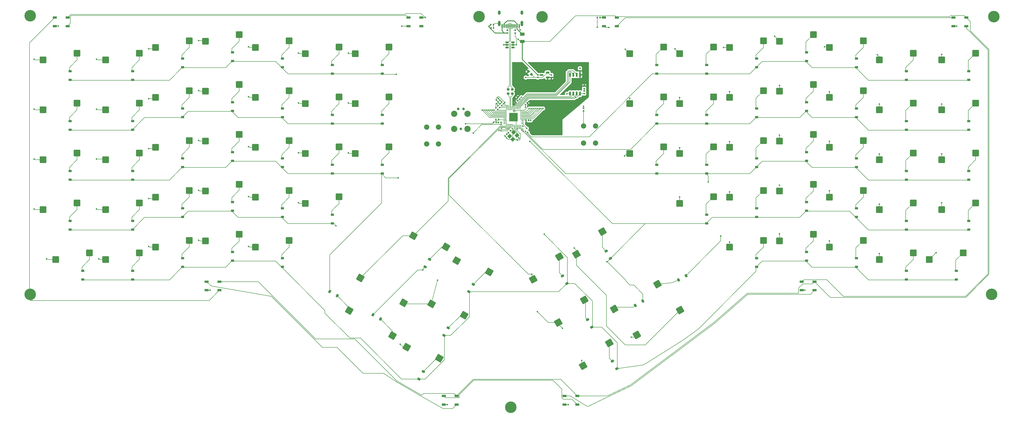
<source format=gbr>
%TF.GenerationSoftware,KiCad,Pcbnew,7.0.2*%
%TF.CreationDate,2023-06-05T16:46:38-04:00*%
%TF.ProjectId,arisu,61726973-752e-46b6-9963-61645f706362,1.1*%
%TF.SameCoordinates,Original*%
%TF.FileFunction,Copper,L2,Bot*%
%TF.FilePolarity,Positive*%
%FSLAX46Y46*%
G04 Gerber Fmt 4.6, Leading zero omitted, Abs format (unit mm)*
G04 Created by KiCad (PCBNEW 7.0.2) date 2023-06-05 16:46:38*
%MOMM*%
%LPD*%
G01*
G04 APERTURE LIST*
G04 Aperture macros list*
%AMRoundRect*
0 Rectangle with rounded corners*
0 $1 Rounding radius*
0 $2 $3 $4 $5 $6 $7 $8 $9 X,Y pos of 4 corners*
0 Add a 4 corners polygon primitive as box body*
4,1,4,$2,$3,$4,$5,$6,$7,$8,$9,$2,$3,0*
0 Add four circle primitives for the rounded corners*
1,1,$1+$1,$2,$3*
1,1,$1+$1,$4,$5*
1,1,$1+$1,$6,$7*
1,1,$1+$1,$8,$9*
0 Add four rect primitives between the rounded corners*
20,1,$1+$1,$2,$3,$4,$5,0*
20,1,$1+$1,$4,$5,$6,$7,0*
20,1,$1+$1,$6,$7,$8,$9,0*
20,1,$1+$1,$8,$9,$2,$3,0*%
%AMRotRect*
0 Rectangle, with rotation*
0 The origin of the aperture is its center*
0 $1 length*
0 $2 width*
0 $3 Rotation angle, in degrees counterclockwise*
0 Add horizontal line*
21,1,$1,$2,0,0,$3*%
G04 Aperture macros list end*
%TA.AperFunction,SMDPad,CuDef*%
%ADD10RoundRect,0.250000X1.025000X1.000000X-1.025000X1.000000X-1.025000X-1.000000X1.025000X-1.000000X0*%
%TD*%
%TA.AperFunction,SMDPad,CuDef*%
%ADD11RoundRect,0.250000X-1.378525X0.387676X-0.353525X-1.387676X1.378525X-0.387676X0.353525X1.387676X0*%
%TD*%
%TA.AperFunction,SMDPad,CuDef*%
%ADD12RoundRect,0.250000X1.387676X0.353525X-0.387676X1.378525X-1.387676X-0.353525X0.387676X-1.378525X0*%
%TD*%
%TA.AperFunction,SMDPad,CuDef*%
%ADD13RoundRect,0.250000X0.387676X1.378525X-1.387676X0.353525X-0.387676X-1.378525X1.387676X-0.353525X0*%
%TD*%
%TA.AperFunction,ComponentPad*%
%ADD14C,2.000000*%
%TD*%
%TA.AperFunction,SMDPad,CuDef*%
%ADD15RoundRect,0.250000X0.353525X-1.387676X1.378525X0.387676X-0.353525X1.387676X-1.378525X-0.387676X0*%
%TD*%
%TA.AperFunction,ComponentPad*%
%ADD16C,4.400000*%
%TD*%
%TA.AperFunction,WasherPad*%
%ADD17C,2.374910*%
%TD*%
%TA.AperFunction,WasherPad*%
%ADD18C,0.990610*%
%TD*%
%TA.AperFunction,SMDPad,CuDef*%
%ADD19RoundRect,0.225000X0.375000X-0.225000X0.375000X0.225000X-0.375000X0.225000X-0.375000X-0.225000X0*%
%TD*%
%TA.AperFunction,SMDPad,CuDef*%
%ADD20R,1.500000X0.900000*%
%TD*%
%TA.AperFunction,SMDPad,CuDef*%
%ADD21RoundRect,0.140000X0.021213X-0.219203X0.219203X-0.021213X-0.021213X0.219203X-0.219203X0.021213X0*%
%TD*%
%TA.AperFunction,SMDPad,CuDef*%
%ADD22RoundRect,0.135000X-0.135000X-0.185000X0.135000X-0.185000X0.135000X0.185000X-0.135000X0.185000X0*%
%TD*%
%TA.AperFunction,SMDPad,CuDef*%
%ADD23RoundRect,0.150000X0.150000X-0.650000X0.150000X0.650000X-0.150000X0.650000X-0.150000X-0.650000X0*%
%TD*%
%TA.AperFunction,SMDPad,CuDef*%
%ADD24RoundRect,0.140000X0.219203X0.021213X0.021213X0.219203X-0.219203X-0.021213X-0.021213X-0.219203X0*%
%TD*%
%TA.AperFunction,SMDPad,CuDef*%
%ADD25RoundRect,0.225000X0.437260X-0.007356X0.212260X0.382356X-0.437260X0.007356X-0.212260X-0.382356X0*%
%TD*%
%TA.AperFunction,SMDPad,CuDef*%
%ADD26RoundRect,0.140000X0.140000X0.170000X-0.140000X0.170000X-0.140000X-0.170000X0.140000X-0.170000X0*%
%TD*%
%TA.AperFunction,SMDPad,CuDef*%
%ADD27RoundRect,0.200000X-0.275000X0.200000X-0.275000X-0.200000X0.275000X-0.200000X0.275000X0.200000X0*%
%TD*%
%TA.AperFunction,SMDPad,CuDef*%
%ADD28RoundRect,0.140000X-0.219203X-0.021213X-0.021213X-0.219203X0.219203X0.021213X0.021213X0.219203X0*%
%TD*%
%TA.AperFunction,SMDPad,CuDef*%
%ADD29RoundRect,0.225000X0.007356X0.437260X-0.382356X0.212260X-0.007356X-0.437260X0.382356X-0.212260X0*%
%TD*%
%TA.AperFunction,SMDPad,CuDef*%
%ADD30RoundRect,0.140000X-0.140000X-0.170000X0.140000X-0.170000X0.140000X0.170000X-0.140000X0.170000X0*%
%TD*%
%TA.AperFunction,SMDPad,CuDef*%
%ADD31RoundRect,0.140000X-0.021213X0.219203X-0.219203X0.021213X0.021213X-0.219203X0.219203X-0.021213X0*%
%TD*%
%TA.AperFunction,SMDPad,CuDef*%
%ADD32RoundRect,0.140000X0.170000X-0.140000X0.170000X0.140000X-0.170000X0.140000X-0.170000X-0.140000X0*%
%TD*%
%TA.AperFunction,SMDPad,CuDef*%
%ADD33RoundRect,0.225000X-0.382356X-0.212260X0.007356X-0.437260X0.382356X0.212260X-0.007356X0.437260X0*%
%TD*%
%TA.AperFunction,SMDPad,CuDef*%
%ADD34RoundRect,0.225000X0.212260X-0.382356X0.437260X0.007356X-0.212260X0.382356X-0.437260X-0.007356X0*%
%TD*%
%TA.AperFunction,SMDPad,CuDef*%
%ADD35RoundRect,0.135000X0.185000X-0.135000X0.185000X0.135000X-0.185000X0.135000X-0.185000X-0.135000X0*%
%TD*%
%TA.AperFunction,SMDPad,CuDef*%
%ADD36RotRect,1.400000X1.200000X45.000000*%
%TD*%
%TA.AperFunction,SMDPad,CuDef*%
%ADD37RoundRect,0.225000X-0.335876X-0.017678X-0.017678X-0.335876X0.335876X0.017678X0.017678X0.335876X0*%
%TD*%
%TA.AperFunction,SMDPad,CuDef*%
%ADD38RoundRect,0.135000X-0.035355X0.226274X-0.226274X0.035355X0.035355X-0.226274X0.226274X-0.035355X0*%
%TD*%
%TA.AperFunction,SMDPad,CuDef*%
%ADD39RoundRect,0.140000X-0.170000X0.140000X-0.170000X-0.140000X0.170000X-0.140000X0.170000X0.140000X0*%
%TD*%
%TA.AperFunction,SMDPad,CuDef*%
%ADD40RoundRect,0.135000X-0.185000X0.135000X-0.185000X-0.135000X0.185000X-0.135000X0.185000X0.135000X0*%
%TD*%
%TA.AperFunction,SMDPad,CuDef*%
%ADD41RoundRect,0.150000X0.475000X0.150000X-0.475000X0.150000X-0.475000X-0.150000X0.475000X-0.150000X0*%
%TD*%
%TA.AperFunction,SMDPad,CuDef*%
%ADD42R,0.600000X1.450000*%
%TD*%
%TA.AperFunction,SMDPad,CuDef*%
%ADD43R,0.300000X1.450000*%
%TD*%
%TA.AperFunction,ComponentPad*%
%ADD44O,1.000000X1.600000*%
%TD*%
%TA.AperFunction,ComponentPad*%
%ADD45O,1.000000X2.100000*%
%TD*%
%TA.AperFunction,SMDPad,CuDef*%
%ADD46RoundRect,0.150000X0.512500X0.150000X-0.512500X0.150000X-0.512500X-0.150000X0.512500X-0.150000X0*%
%TD*%
%TA.AperFunction,SMDPad,CuDef*%
%ADD47RoundRect,0.250000X-0.625000X0.375000X-0.625000X-0.375000X0.625000X-0.375000X0.625000X0.375000X0*%
%TD*%
%TA.AperFunction,SMDPad,CuDef*%
%ADD48RoundRect,0.050000X0.387500X0.050000X-0.387500X0.050000X-0.387500X-0.050000X0.387500X-0.050000X0*%
%TD*%
%TA.AperFunction,SMDPad,CuDef*%
%ADD49RoundRect,0.050000X0.050000X0.387500X-0.050000X0.387500X-0.050000X-0.387500X0.050000X-0.387500X0*%
%TD*%
%TA.AperFunction,ComponentPad*%
%ADD50C,0.600000*%
%TD*%
%TA.AperFunction,SMDPad,CuDef*%
%ADD51RoundRect,0.144000X1.456000X1.456000X-1.456000X1.456000X-1.456000X-1.456000X1.456000X-1.456000X0*%
%TD*%
%TA.AperFunction,ViaPad*%
%ADD52C,0.600000*%
%TD*%
%TA.AperFunction,Conductor*%
%ADD53C,0.150000*%
%TD*%
%TA.AperFunction,Conductor*%
%ADD54C,0.200000*%
%TD*%
%TA.AperFunction,Conductor*%
%ADD55C,0.300000*%
%TD*%
G04 APERTURE END LIST*
D10*
%TO.P,SW18,1,1*%
%TO.N,/col3*%
X101955000Y-65345000D03*
%TO.P,SW18,2,2*%
%TO.N,Net-(D18-A)*%
X114882000Y-62805000D03*
%TD*%
%TO.P,SW35,1,1*%
%TO.N,/col6*%
X159105000Y-89157500D03*
%TO.P,SW35,2,2*%
%TO.N,Net-(D35-A)*%
X172032000Y-86617500D03*
%TD*%
D11*
%TO.P,SW54,1,1*%
%TO.N,/col9*%
X266611095Y-158463590D03*
%TO.P,SW54,2,2*%
%TO.N,Net-(D54-A)*%
X257947891Y-148538480D03*
%TD*%
D10*
%TO.P,SW29,1,1*%
%TO.N,/col0*%
X40042500Y-91538700D03*
%TO.P,SW29,2,2*%
%TO.N,Net-(D29-A)*%
X52969500Y-88998700D03*
%TD*%
%TO.P,SW11,1,1*%
%TO.N,/col12*%
X321030000Y-46295000D03*
%TO.P,SW11,2,2*%
%TO.N,Net-(D11-A)*%
X333957000Y-43755000D03*
%TD*%
%TO.P,SW76,1,1*%
%TO.N,/col15*%
X378180000Y-129638700D03*
%TO.P,SW76,2,2*%
%TO.N,Net-(D76-A)*%
X391107000Y-127098700D03*
%TD*%
%TO.P,SW57,1,1*%
%TO.N,/col12*%
X321030000Y-103445000D03*
%TO.P,SW57,2,2*%
%TO.N,Net-(D57-A)*%
X333957000Y-100905000D03*
%TD*%
%TO.P,SW48,1,1*%
%TO.N,/col3*%
X101955000Y-103445000D03*
%TO.P,SW48,2,2*%
%TO.N,Net-(D48-A)*%
X114882000Y-100905000D03*
%TD*%
%TO.P,SW46,1,1*%
%TO.N,/col1*%
X63855000Y-110588700D03*
%TO.P,SW46,2,2*%
%TO.N,Net-(D46-A)*%
X76782000Y-108048700D03*
%TD*%
D12*
%TO.P,SW66,1,1*%
%TO.N,/col5*%
X178756210Y-163089495D03*
%TO.P,SW66,2,2*%
%TO.N,Net-(D66-A)*%
X191221320Y-167353291D03*
%TD*%
D10*
%TO.P,SW25,1,1*%
%TO.N,/col12*%
X321030000Y-65345000D03*
%TO.P,SW25,2,2*%
%TO.N,Net-(D25-A)*%
X333957000Y-62805000D03*
%TD*%
%TO.P,SW58,1,1*%
%TO.N,/col13*%
X340080000Y-105826200D03*
%TO.P,SW58,2,2*%
%TO.N,Net-(D58-A)*%
X353007000Y-103286200D03*
%TD*%
D12*
%TO.P,SW68,1,1*%
%TO.N,/col7*%
X197806210Y-130093895D03*
%TO.P,SW68,2,2*%
%TO.N,Net-(D68-A)*%
X210271320Y-134357691D03*
%TD*%
D13*
%TO.P,SW70,1,1*%
%TO.N,/col9*%
X236602210Y-153676695D03*
%TO.P,SW70,2,2*%
%TO.N,Net-(D70-A)*%
X246527320Y-145013491D03*
%TD*%
D10*
%TO.P,SW27,1,1*%
%TO.N,/col14*%
X359130000Y-72488700D03*
%TO.P,SW27,2,2*%
%TO.N,Net-(D27-A)*%
X372057000Y-69948700D03*
%TD*%
%TO.P,SW19,1,1*%
%TO.N,/col4*%
X121005000Y-67726200D03*
%TO.P,SW19,2,2*%
%TO.N,Net-(D19-A)*%
X133932000Y-65186200D03*
%TD*%
D11*
%TO.P,SW37,1,1*%
%TO.N,/col8*%
X283108895Y-148938590D03*
%TO.P,SW37,2,2*%
%TO.N,Net-(D37-A)*%
X274445691Y-139013480D03*
%TD*%
D10*
%TO.P,SW49,1,1*%
%TO.N,/col4*%
X121005000Y-105826200D03*
%TO.P,SW49,2,2*%
%TO.N,Net-(D49-A)*%
X133932000Y-103286200D03*
%TD*%
D14*
%TO.P,RST1,1,1*%
%TO.N,GND*%
X186400000Y-79060000D03*
X186400000Y-85560000D03*
%TO.P,RST1,2,2*%
%TO.N,/RUN*%
X190900000Y-79060000D03*
X190900000Y-85560000D03*
%TD*%
D15*
%TO.P,SW51,1,1*%
%TO.N,/col6*%
X177628905Y-146192010D03*
%TO.P,SW51,2,2*%
%TO.N,Net-(D51-A)*%
X173365109Y-158657120D03*
%TD*%
D16*
%TO.P,H7,1*%
%TO.N,N/C*%
X230400000Y-37000000D03*
%TD*%
D10*
%TO.P,SW32,1,1*%
%TO.N,/col3*%
X101955000Y-84395000D03*
%TO.P,SW32,2,2*%
%TO.N,Net-(D32-A)*%
X114882000Y-81855000D03*
%TD*%
%TO.P,SW33,1,1*%
%TO.N,/col4*%
X121005000Y-86776200D03*
%TO.P,SW33,2,2*%
%TO.N,Net-(D33-A)*%
X133932000Y-84236200D03*
%TD*%
%TO.P,SW2,1,1*%
%TO.N,/col1*%
X63855000Y-53438700D03*
%TO.P,SW2,2,2*%
%TO.N,Net-(D2-A)*%
X76782000Y-50898700D03*
%TD*%
%TO.P,SW45,1,1*%
%TO.N,/col0*%
X40042500Y-110588700D03*
%TO.P,SW45,2,2*%
%TO.N,Net-(D45-A)*%
X52969500Y-108048700D03*
%TD*%
%TO.P,SW21,1,1*%
%TO.N,/col6*%
X159105000Y-70107500D03*
%TO.P,SW21,2,2*%
%TO.N,Net-(D21-A)*%
X172032000Y-67567500D03*
%TD*%
%TO.P,SW26,1,1*%
%TO.N,/col13*%
X340080000Y-67726200D03*
%TO.P,SW26,2,2*%
%TO.N,Net-(D26-A)*%
X353007000Y-65186200D03*
%TD*%
%TO.P,SW40,1,1*%
%TO.N,/col11*%
X301980000Y-86776200D03*
%TO.P,SW40,2,2*%
%TO.N,Net-(D40-A)*%
X314907000Y-84236200D03*
%TD*%
%TO.P,SW14,1,1*%
%TO.N,/col15*%
X382942500Y-53438700D03*
%TO.P,SW14,2,2*%
%TO.N,Net-(D14-A)*%
X395869500Y-50898700D03*
%TD*%
%TO.P,SW20,1,1*%
%TO.N,/col5*%
X140055000Y-70107500D03*
%TO.P,SW20,2,2*%
%TO.N,Net-(D20-A)*%
X152982000Y-67567500D03*
%TD*%
%TO.P,SW75,1,1*%
%TO.N,/col14*%
X359130000Y-129638700D03*
%TO.P,SW75,2,2*%
%TO.N,Net-(D75-A)*%
X372057000Y-127098700D03*
%TD*%
%TO.P,SW13,1,1*%
%TO.N,/col14*%
X359130000Y-53438700D03*
%TO.P,SW13,2,2*%
%TO.N,Net-(D13-A)*%
X372057000Y-50898700D03*
%TD*%
%TO.P,SW60,1,1*%
%TO.N,/col15*%
X382942500Y-110588700D03*
%TO.P,SW60,2,2*%
%TO.N,Net-(D60-A)*%
X395869500Y-108048700D03*
%TD*%
%TO.P,SW43,1,1*%
%TO.N,/col14*%
X359130000Y-91538700D03*
%TO.P,SW43,2,2*%
%TO.N,Net-(D43-A)*%
X372057000Y-88998700D03*
%TD*%
%TO.P,SW6,1,1*%
%TO.N,/col5*%
X140055000Y-51057500D03*
%TO.P,SW6,2,2*%
%TO.N,Net-(D6-A)*%
X152982000Y-48517500D03*
%TD*%
D13*
%TO.P,SW53,1,1*%
%TO.N,/col8*%
X243575010Y-127653895D03*
%TO.P,SW53,2,2*%
%TO.N,Net-(D53-A)*%
X253500120Y-118990691D03*
%TD*%
D10*
%TO.P,SW42,1,1*%
%TO.N,/col13*%
X340080000Y-86776200D03*
%TO.P,SW42,2,2*%
%TO.N,Net-(D42-A)*%
X353007000Y-84236200D03*
%TD*%
%TO.P,SW4,1,1*%
%TO.N,/col3*%
X101955000Y-46295000D03*
%TO.P,SW4,2,2*%
%TO.N,Net-(D4-A)*%
X114882000Y-43755000D03*
%TD*%
%TO.P,SW41,1,1*%
%TO.N,/col12*%
X321030000Y-84395000D03*
%TO.P,SW41,2,2*%
%TO.N,Net-(D41-A)*%
X333957000Y-81855000D03*
%TD*%
%TO.P,SW39,1,1*%
%TO.N,/col10*%
X282930000Y-89157500D03*
%TO.P,SW39,2,2*%
%TO.N,Net-(D39-A)*%
X295857000Y-86617500D03*
%TD*%
%TO.P,SW10,1,1*%
%TO.N,/col11*%
X301980000Y-48676200D03*
%TO.P,SW10,2,2*%
%TO.N,Net-(D10-A)*%
X314907000Y-46136200D03*
%TD*%
%TO.P,SW61,1,1*%
%TO.N,/col0*%
X44805000Y-129638700D03*
%TO.P,SW61,2,2*%
%TO.N,Net-(D61-A)*%
X57732000Y-127098700D03*
%TD*%
%TO.P,SW74,1,1*%
%TO.N,/col13*%
X340080000Y-124876200D03*
%TO.P,SW74,2,2*%
%TO.N,Net-(D74-A)*%
X353007000Y-122336200D03*
%TD*%
%TO.P,SW64,1,1*%
%TO.N,/col3*%
X101955000Y-122495000D03*
%TO.P,SW64,2,2*%
%TO.N,Net-(D64-A)*%
X114882000Y-119955000D03*
%TD*%
%TO.P,SW28,1,1*%
%TO.N,/col15*%
X382942500Y-72488700D03*
%TO.P,SW28,2,2*%
%TO.N,Net-(D28-A)*%
X395869500Y-69948700D03*
%TD*%
%TO.P,SW31,1,1*%
%TO.N,/col2*%
X82905000Y-86776200D03*
%TO.P,SW31,2,2*%
%TO.N,Net-(D31-A)*%
X95832000Y-84236200D03*
%TD*%
D15*
%TO.P,SW36,1,1*%
%TO.N,/col7*%
X161131105Y-136667010D03*
%TO.P,SW36,2,2*%
%TO.N,Net-(D36-A)*%
X156867309Y-149132120D03*
%TD*%
D10*
%TO.P,SW23,1,1*%
%TO.N,/col10*%
X282930000Y-70107500D03*
%TO.P,SW23,2,2*%
%TO.N,Net-(D23-A)*%
X295857000Y-67567500D03*
%TD*%
%TO.P,SW12,1,1*%
%TO.N,/col13*%
X340080000Y-48676200D03*
%TO.P,SW12,2,2*%
%TO.N,Net-(D12-A)*%
X353007000Y-46136200D03*
%TD*%
D14*
%TO.P,BOOT1,1,1*%
%TO.N,GND*%
X250800000Y-85210000D03*
X250800000Y-78710000D03*
%TO.P,BOOT1,2,2*%
%TO.N,Net-(BOOT1-Pad2)*%
X246300000Y-85210000D03*
X246300000Y-78710000D03*
%TD*%
D10*
%TO.P,SW9,1,1*%
%TO.N,/col10*%
X282930000Y-51057500D03*
%TO.P,SW9,2,2*%
%TO.N,Net-(D9-A)*%
X295857000Y-48517500D03*
%TD*%
%TO.P,SW30,1,1*%
%TO.N,/col1*%
X63855000Y-91538700D03*
%TO.P,SW30,2,2*%
%TO.N,Net-(D30-A)*%
X76782000Y-88998700D03*
%TD*%
D12*
%TO.P,SW52,1,1*%
%TO.N,/col7*%
X181308410Y-120568895D03*
%TO.P,SW52,2,2*%
%TO.N,Net-(D52-A)*%
X193773520Y-124832691D03*
%TD*%
D10*
%TO.P,SW8,1,1*%
%TO.N,/col9*%
X263880000Y-51057500D03*
%TO.P,SW8,2,2*%
%TO.N,Net-(D8-A)*%
X276807000Y-48517500D03*
%TD*%
D16*
%TO.P,H1,1*%
%TO.N,N/C*%
X206400000Y-36900000D03*
%TD*%
D10*
%TO.P,SW16,1,1*%
%TO.N,/col1*%
X63855000Y-72488700D03*
%TO.P,SW16,2,2*%
%TO.N,Net-(D16-A)*%
X76782000Y-69948700D03*
%TD*%
%TO.P,SW44,1,1*%
%TO.N,/col15*%
X382942500Y-91538700D03*
%TO.P,SW44,2,2*%
%TO.N,Net-(D44-A)*%
X395869500Y-88998700D03*
%TD*%
%TO.P,SW1,1,1*%
%TO.N,/col0*%
X40042500Y-53438700D03*
%TO.P,SW1,2,2*%
%TO.N,Net-(D1-A)*%
X52969500Y-50898700D03*
%TD*%
D16*
%TO.P,H3,1*%
%TO.N,N/C*%
X401950000Y-142940000D03*
%TD*%
D10*
%TO.P,SW47,1,1*%
%TO.N,/col2*%
X82905000Y-105826200D03*
%TO.P,SW47,2,2*%
%TO.N,Net-(D47-A)*%
X95832000Y-103286200D03*
%TD*%
D16*
%TO.P,H5,1*%
%TO.N,N/C*%
X402850000Y-36940000D03*
%TD*%
D10*
%TO.P,SW22,1,1*%
%TO.N,/col9*%
X263880000Y-70107500D03*
%TO.P,SW22,2,2*%
%TO.N,Net-(D22-A)*%
X276807000Y-67567500D03*
%TD*%
D17*
%TO.P,P1,*%
%TO.N,*%
X196945000Y-79760000D03*
D18*
X199485000Y-79760000D03*
D17*
X202025000Y-79760000D03*
X196945000Y-74045000D03*
X202025000Y-74045000D03*
D18*
X198469000Y-72140000D03*
X200501000Y-72140000D03*
%TD*%
D10*
%TO.P,SW59,1,1*%
%TO.N,/col14*%
X359130000Y-110588700D03*
%TO.P,SW59,2,2*%
%TO.N,Net-(D59-A)*%
X372057000Y-108048700D03*
%TD*%
%TO.P,SW5,1,1*%
%TO.N,/col4*%
X121005000Y-48676200D03*
%TO.P,SW5,2,2*%
%TO.N,Net-(D5-A)*%
X133932000Y-46136200D03*
%TD*%
D13*
%TO.P,SW69,1,1*%
%TO.N,/col8*%
X227077210Y-137178895D03*
%TO.P,SW69,2,2*%
%TO.N,Net-(D69-A)*%
X237002320Y-128515691D03*
%TD*%
D10*
%TO.P,SW3,1,1*%
%TO.N,/col2*%
X82905000Y-48676200D03*
%TO.P,SW3,2,2*%
%TO.N,Net-(D3-A)*%
X95832000Y-46136200D03*
%TD*%
%TO.P,SW17,1,1*%
%TO.N,/col2*%
X82905000Y-67726200D03*
%TO.P,SW17,2,2*%
%TO.N,Net-(D17-A)*%
X95832000Y-65186200D03*
%TD*%
D13*
%TO.P,SW71,1,1*%
%TO.N,/col10*%
X246127210Y-170174495D03*
%TO.P,SW71,2,2*%
%TO.N,Net-(D71-A)*%
X256052320Y-161511291D03*
%TD*%
D10*
%TO.P,SW24,1,1*%
%TO.N,/col11*%
X301980000Y-67726200D03*
%TO.P,SW24,2,2*%
%TO.N,Net-(D24-A)*%
X314907000Y-65186200D03*
%TD*%
%TO.P,SW63,1,1*%
%TO.N,/col2*%
X82905000Y-124876200D03*
%TO.P,SW63,2,2*%
%TO.N,Net-(D63-A)*%
X95832000Y-122336200D03*
%TD*%
D16*
%TO.P,H6,1*%
%TO.N,N/C*%
X35100000Y-36600000D03*
%TD*%
D12*
%TO.P,SW67,1,1*%
%TO.N,/col6*%
X188281210Y-146591695D03*
%TO.P,SW67,2,2*%
%TO.N,Net-(D67-A)*%
X200746320Y-150855491D03*
%TD*%
D10*
%TO.P,SW65,1,1*%
%TO.N,/col4*%
X121005000Y-124876200D03*
%TO.P,SW65,2,2*%
%TO.N,Net-(D65-A)*%
X133932000Y-122336200D03*
%TD*%
%TO.P,SW72,1,1*%
%TO.N,/col11*%
X301980000Y-124876200D03*
%TO.P,SW72,2,2*%
%TO.N,Net-(D72-A)*%
X314907000Y-122336200D03*
%TD*%
%TO.P,SW62,1,1*%
%TO.N,/col1*%
X63855000Y-129638700D03*
%TO.P,SW62,2,2*%
%TO.N,Net-(D62-A)*%
X76782000Y-127098700D03*
%TD*%
%TO.P,SW73,1,1*%
%TO.N,/col12*%
X321030000Y-122495000D03*
%TO.P,SW73,2,2*%
%TO.N,Net-(D73-A)*%
X333957000Y-119955000D03*
%TD*%
%TO.P,SW15,1,1*%
%TO.N,/col0*%
X40042500Y-72488700D03*
%TO.P,SW15,2,2*%
%TO.N,Net-(D15-A)*%
X52969500Y-69948700D03*
%TD*%
%TO.P,SW7,1,1*%
%TO.N,/col6*%
X159105000Y-51057500D03*
%TO.P,SW7,2,2*%
%TO.N,Net-(D7-A)*%
X172032000Y-48517500D03*
%TD*%
D16*
%TO.P,H2,1*%
%TO.N,N/C*%
X218500000Y-186000000D03*
%TD*%
D10*
%TO.P,SW34,1,1*%
%TO.N,/col5*%
X140055000Y-89157500D03*
%TO.P,SW34,2,2*%
%TO.N,Net-(D34-A)*%
X152982000Y-86617500D03*
%TD*%
%TO.P,SW55,1,1*%
%TO.N,/col10*%
X282930000Y-108207500D03*
%TO.P,SW55,2,2*%
%TO.N,Net-(D55-A)*%
X295857000Y-105667500D03*
%TD*%
%TO.P,SW50,1,1*%
%TO.N,/col5*%
X140055000Y-108207500D03*
%TO.P,SW50,2,2*%
%TO.N,Net-(D50-A)*%
X152982000Y-105667500D03*
%TD*%
%TO.P,SW38,1,1*%
%TO.N,/col9*%
X263880000Y-89157500D03*
%TO.P,SW38,2,2*%
%TO.N,Net-(D38-A)*%
X276807000Y-86617500D03*
%TD*%
D16*
%TO.P,H4,1*%
%TO.N,N/C*%
X35100000Y-142900000D03*
%TD*%
D10*
%TO.P,SW56,1,1*%
%TO.N,/col11*%
X301980000Y-105826200D03*
%TO.P,SW56,2,2*%
%TO.N,Net-(D56-A)*%
X314907000Y-103286200D03*
%TD*%
D19*
%TO.P,D10,1,K*%
%TO.N,/row0*%
X312325000Y-56278750D03*
%TO.P,D10,2,A*%
%TO.N,Net-(D10-A)*%
X312325000Y-52978750D03*
%TD*%
%TO.P,D21,1,K*%
%TO.N,/row1*%
X169450000Y-77710000D03*
%TO.P,D21,2,A*%
%TO.N,Net-(D21-A)*%
X169450000Y-74410000D03*
%TD*%
D20*
%TO.P,LED1,1,VDD*%
%TO.N,+5V*%
X258968800Y-37266200D03*
%TO.P,LED1,2,DOUT*%
%TO.N,Net-(LED1-DOUT)*%
X258968800Y-40566200D03*
%TO.P,LED1,3,VSS*%
%TO.N,GND*%
X254068800Y-40566200D03*
%TO.P,LED1,4,DIN*%
%TO.N,Net-(LED1-DIN)*%
X254068800Y-37266200D03*
%TD*%
D19*
%TO.P,D16,1,K*%
%TO.N,/row1*%
X74200000Y-80091250D03*
%TO.P,D16,2,A*%
%TO.N,Net-(D16-A)*%
X74200000Y-76791250D03*
%TD*%
%TO.P,D60,1,K*%
%TO.N,/row3*%
X393287500Y-118191250D03*
%TO.P,D60,2,A*%
%TO.N,Net-(D60-A)*%
X393287500Y-114891250D03*
%TD*%
D21*
%TO.P,C7,1*%
%TO.N,+1V1*%
X213667696Y-69506518D03*
%TO.P,C7,2*%
%TO.N,GND*%
X214346518Y-68827696D03*
%TD*%
D19*
%TO.P,D11,1,K*%
%TO.N,/row0*%
X331375000Y-53897500D03*
%TO.P,D11,2,A*%
%TO.N,Net-(D11-A)*%
X331375000Y-50597500D03*
%TD*%
D22*
%TO.P,R101,1*%
%TO.N,/PWM*%
X251540000Y-37260000D03*
%TO.P,R101,2*%
%TO.N,Net-(LED1-DIN)*%
X252560000Y-37260000D03*
%TD*%
D23*
%TO.P,U2,1,~{CS}*%
%TO.N,/QSPI_SS*%
X244930000Y-66328750D03*
%TO.P,U2,2,DO(IO1)*%
%TO.N,/QSPI_SD1*%
X243660000Y-66328750D03*
%TO.P,U2,3,IO2*%
%TO.N,/QSPI_SD2*%
X242390000Y-66328750D03*
%TO.P,U2,4,GND*%
%TO.N,GND*%
X241120000Y-66328750D03*
%TO.P,U2,5,DI(IO0)*%
%TO.N,/QSPI_SD0*%
X241120000Y-59128750D03*
%TO.P,U2,6,CLK*%
%TO.N,/QSPI_SCLK*%
X242390000Y-59128750D03*
%TO.P,U2,7,IO3*%
%TO.N,/QSPI_SD3*%
X243660000Y-59128750D03*
%TO.P,U2,8,VCC*%
%TO.N,+3V3*%
X244930000Y-59128750D03*
%TD*%
D24*
%TO.P,C9,1*%
%TO.N,+3V3*%
X214239411Y-71649411D03*
%TO.P,C9,2*%
%TO.N,GND*%
X213560589Y-70970589D03*
%TD*%
D25*
%TO.P,D69,1,K*%
%TO.N,/row4*%
X239881250Y-138770192D03*
%TO.P,D69,2,A*%
%TO.N,Net-(D69-A)*%
X238231250Y-135912308D03*
%TD*%
D19*
%TO.P,D38,1,K*%
%TO.N,/row2*%
X274225000Y-96760000D03*
%TO.P,D38,2,A*%
%TO.N,Net-(D38-A)*%
X274225000Y-93460000D03*
%TD*%
%TO.P,D59,1,K*%
%TO.N,/row3*%
X369475000Y-118191250D03*
%TO.P,D59,2,A*%
%TO.N,Net-(D59-A)*%
X369475000Y-114891250D03*
%TD*%
%TO.P,D3,1,K*%
%TO.N,/row0*%
X93250000Y-56278750D03*
%TO.P,D3,2,A*%
%TO.N,Net-(D3-A)*%
X93250000Y-52978750D03*
%TD*%
%TO.P,D18,1,K*%
%TO.N,/row1*%
X112300000Y-72947500D03*
%TO.P,D18,2,A*%
%TO.N,Net-(D18-A)*%
X112300000Y-69647500D03*
%TD*%
D20*
%TO.P,LED8,1,VDD*%
%TO.N,+5V*%
X184350000Y-37310000D03*
%TO.P,LED8,2,DOUT*%
%TO.N,unconnected-(LED8-DOUT-Pad2)*%
X184350000Y-40610000D03*
%TO.P,LED8,3,VSS*%
%TO.N,GND*%
X179450000Y-40610000D03*
%TO.P,LED8,4,DIN*%
%TO.N,Net-(LED7-DOUT)*%
X179450000Y-37310000D03*
%TD*%
D26*
%TO.P,C10,1*%
%TO.N,+3V3*%
X213800000Y-76210000D03*
%TO.P,C10,2*%
%TO.N,GND*%
X212840000Y-76210000D03*
%TD*%
D19*
%TO.P,D29,1,K*%
%TO.N,/row2*%
X50387500Y-99141250D03*
%TO.P,D29,2,A*%
%TO.N,Net-(D29-A)*%
X50387500Y-95841250D03*
%TD*%
%TO.P,D23,1,K*%
%TO.N,/row1*%
X293275000Y-77710000D03*
%TO.P,D23,2,A*%
%TO.N,Net-(D23-A)*%
X293275000Y-74410000D03*
%TD*%
%TO.P,D65,1,K*%
%TO.N,/row4*%
X131350000Y-132478750D03*
%TO.P,D65,2,A*%
%TO.N,Net-(D65-A)*%
X131350000Y-129178750D03*
%TD*%
D27*
%TO.P,R6,1*%
%TO.N,/USB_D-*%
X217475000Y-64685000D03*
%TO.P,R6,2*%
%TO.N,/USB_DN*%
X217475000Y-66335000D03*
%TD*%
D19*
%TO.P,D27,1,K*%
%TO.N,/row1*%
X369475000Y-80091250D03*
%TO.P,D27,2,A*%
%TO.N,Net-(D27-A)*%
X369475000Y-76791250D03*
%TD*%
%TO.P,D9,1,K*%
%TO.N,/row0*%
X293275000Y-58660000D03*
%TO.P,D9,2,A*%
%TO.N,Net-(D9-A)*%
X293275000Y-55360000D03*
%TD*%
%TO.P,D76,1,K*%
%TO.N,/row4*%
X388525000Y-137241250D03*
%TO.P,D76,2,A*%
%TO.N,Net-(D76-A)*%
X388525000Y-133941250D03*
%TD*%
D28*
%TO.P,C14,1*%
%TO.N,+3V3*%
X221221178Y-67726272D03*
%TO.P,C14,2*%
%TO.N,GND*%
X221900000Y-68405094D03*
%TD*%
D24*
%TO.P,C12,1*%
%TO.N,+3V3*%
X215025000Y-70863822D03*
%TO.P,C12,2*%
%TO.N,GND*%
X214346178Y-70185000D03*
%TD*%
D19*
%TO.P,D24,1,K*%
%TO.N,/row1*%
X312325000Y-75328750D03*
%TO.P,D24,2,A*%
%TO.N,Net-(D24-A)*%
X312325000Y-72028750D03*
%TD*%
%TO.P,D1,1,K*%
%TO.N,/row0*%
X50387500Y-61041250D03*
%TO.P,D1,2,A*%
%TO.N,Net-(D1-A)*%
X50387500Y-57741250D03*
%TD*%
D20*
%TO.P,LED2,1,VDD*%
%TO.N,+5V*%
X392318800Y-37266200D03*
%TO.P,LED2,2,DOUT*%
%TO.N,Net-(LED2-DOUT)*%
X392318800Y-40566200D03*
%TO.P,LED2,3,VSS*%
%TO.N,GND*%
X387418800Y-40566200D03*
%TO.P,LED2,4,DIN*%
%TO.N,Net-(LED1-DOUT)*%
X387418800Y-37266200D03*
%TD*%
D19*
%TO.P,D61,1,K*%
%TO.N,/row4*%
X55150000Y-137241250D03*
%TO.P,D61,2,A*%
%TO.N,Net-(D61-A)*%
X55150000Y-133941250D03*
%TD*%
D29*
%TO.P,D37,1,K*%
%TO.N,/row2*%
X285353492Y-135792650D03*
%TO.P,D37,2,A*%
%TO.N,Net-(D37-A)*%
X282495608Y-137442650D03*
%TD*%
D19*
%TO.P,D56,1,K*%
%TO.N,/row3*%
X312325000Y-113428750D03*
%TO.P,D56,2,A*%
%TO.N,Net-(D56-A)*%
X312325000Y-110128750D03*
%TD*%
D25*
%TO.P,D71,1,K*%
%TO.N,/row4*%
X258931250Y-171313942D03*
%TO.P,D71,2,A*%
%TO.N,Net-(D71-A)*%
X257281250Y-168456058D03*
%TD*%
D30*
%TO.P,C18,1*%
%TO.N,GND*%
X210945000Y-41250000D03*
%TO.P,C18,2*%
%TO.N,Net-(J1-SHIELD)*%
X211905000Y-41250000D03*
%TD*%
D19*
%TO.P,D32,1,K*%
%TO.N,/row2*%
X112300000Y-91997500D03*
%TO.P,D32,2,A*%
%TO.N,Net-(D32-A)*%
X112300000Y-88697500D03*
%TD*%
D20*
%TO.P,LED5,1,VDD*%
%TO.N,+5V*%
X197850000Y-181728700D03*
%TO.P,LED5,2,DOUT*%
%TO.N,Net-(LED5-DOUT)*%
X197850000Y-185028700D03*
%TO.P,LED5,3,VSS*%
%TO.N,GND*%
X192950000Y-185028700D03*
%TO.P,LED5,4,DIN*%
%TO.N,Net-(LED4-DOUT)*%
X192950000Y-181728700D03*
%TD*%
D22*
%TO.P,R9,1*%
%TO.N,GND*%
X210915000Y-39950000D03*
%TO.P,R9,2*%
%TO.N,Net-(J1-SHIELD)*%
X211935000Y-39950000D03*
%TD*%
D19*
%TO.P,D20,1,K*%
%TO.N,/row1*%
X150400000Y-77710000D03*
%TO.P,D20,2,A*%
%TO.N,Net-(D20-A)*%
X150400000Y-74410000D03*
%TD*%
D31*
%TO.P,C2,1*%
%TO.N,Net-(C2-Pad1)*%
X216939411Y-81820589D03*
%TO.P,C2,2*%
%TO.N,GND*%
X216260589Y-82499411D03*
%TD*%
D19*
%TO.P,D5,1,K*%
%TO.N,/row0*%
X131350000Y-56278750D03*
%TO.P,D5,2,A*%
%TO.N,Net-(D5-A)*%
X131350000Y-52978750D03*
%TD*%
%TO.P,D47,1,K*%
%TO.N,/row3*%
X93250000Y-113428750D03*
%TO.P,D47,2,A*%
%TO.N,Net-(D47-A)*%
X93250000Y-110128750D03*
%TD*%
%TO.P,D7,1,K*%
%TO.N,/row0*%
X169450000Y-58660000D03*
%TO.P,D7,2,A*%
%TO.N,Net-(D7-A)*%
X169450000Y-55360000D03*
%TD*%
%TO.P,D43,1,K*%
%TO.N,/row2*%
X369475000Y-99141250D03*
%TO.P,D43,2,A*%
%TO.N,Net-(D43-A)*%
X369475000Y-95841250D03*
%TD*%
%TO.P,D63,1,K*%
%TO.N,/row4*%
X93250000Y-132478750D03*
%TO.P,D63,2,A*%
%TO.N,Net-(D63-A)*%
X93250000Y-129178750D03*
%TD*%
D32*
%TO.P,C4,1*%
%TO.N,+3V3*%
X244900000Y-57620000D03*
%TO.P,C4,2*%
%TO.N,GND*%
X244900000Y-56660000D03*
%TD*%
D21*
%TO.P,C6,1*%
%TO.N,+1V1*%
X212960589Y-68799411D03*
%TO.P,C6,2*%
%TO.N,GND*%
X213639411Y-68120589D03*
%TD*%
D22*
%TO.P,R4,1*%
%TO.N,+3V3*%
X211890000Y-77310000D03*
%TO.P,R4,2*%
%TO.N,Net-(R11-Pad1)*%
X212910000Y-77310000D03*
%TD*%
D31*
%TO.P,C16,1*%
%TO.N,+3V3*%
X224739411Y-69870589D03*
%TO.P,C16,2*%
%TO.N,GND*%
X224060589Y-70549411D03*
%TD*%
D33*
%TO.P,D36,1,K*%
%TO.N,/row2*%
X149420258Y-141825150D03*
%TO.P,D36,2,A*%
%TO.N,Net-(D36-A)*%
X152278142Y-143475150D03*
%TD*%
D19*
%TO.P,D31,1,K*%
%TO.N,/row2*%
X93250000Y-94378750D03*
%TO.P,D31,2,A*%
%TO.N,Net-(D31-A)*%
X93250000Y-91078750D03*
%TD*%
%TO.P,D50,1,K*%
%TO.N,/row3*%
X150400000Y-115810000D03*
%TO.P,D50,2,A*%
%TO.N,Net-(D50-A)*%
X150400000Y-112510000D03*
%TD*%
%TO.P,D49,1,K*%
%TO.N,/row3*%
X131350000Y-113428750D03*
%TO.P,D49,2,A*%
%TO.N,Net-(D49-A)*%
X131350000Y-110128750D03*
%TD*%
%TO.P,D75,1,K*%
%TO.N,/row4*%
X369475000Y-137241250D03*
%TO.P,D75,2,A*%
%TO.N,Net-(D75-A)*%
X369475000Y-133941250D03*
%TD*%
D34*
%TO.P,D52,1,K*%
%TO.N,/row3*%
X185843750Y-132420192D03*
%TO.P,D52,2,A*%
%TO.N,Net-(D52-A)*%
X187493750Y-129562308D03*
%TD*%
D35*
%TO.P,R2,1*%
%TO.N,GND*%
X217200000Y-43220000D03*
%TO.P,R2,2*%
%TO.N,Net-(J1-CC1)*%
X217200000Y-42200000D03*
%TD*%
D19*
%TO.P,D44,1,K*%
%TO.N,/row2*%
X393287500Y-99141250D03*
%TO.P,D44,2,A*%
%TO.N,Net-(D44-A)*%
X393287500Y-95841250D03*
%TD*%
%TO.P,D17,1,K*%
%TO.N,/row1*%
X93250000Y-75328750D03*
%TO.P,D17,2,A*%
%TO.N,Net-(D17-A)*%
X93250000Y-72028750D03*
%TD*%
%TO.P,D30,1,K*%
%TO.N,/row2*%
X74200000Y-99141250D03*
%TO.P,D30,2,A*%
%TO.N,Net-(D30-A)*%
X74200000Y-95841250D03*
%TD*%
%TO.P,D55,1,K*%
%TO.N,/row3*%
X293275000Y-115810000D03*
%TO.P,D55,2,A*%
%TO.N,Net-(D55-A)*%
X293275000Y-112510000D03*
%TD*%
D22*
%TO.P,R11,1*%
%TO.N,Net-(R11-Pad1)*%
X213790000Y-77310000D03*
%TO.P,R11,2*%
%TO.N,/RUN*%
X214810000Y-77310000D03*
%TD*%
D19*
%TO.P,D62,1,K*%
%TO.N,/row4*%
X74200000Y-137241250D03*
%TO.P,D62,2,A*%
%TO.N,Net-(D62-A)*%
X74200000Y-133941250D03*
%TD*%
D36*
%TO.P,Y1,1,1*%
%TO.N,Net-(C2-Pad1)*%
X218083776Y-82565635D03*
%TO.P,Y1,2,2*%
%TO.N,GND*%
X219639411Y-81010000D03*
%TO.P,Y1,3,3*%
%TO.N,/XIN*%
X220841492Y-82212081D03*
%TO.P,Y1,4,4*%
%TO.N,GND*%
X219285857Y-83767716D03*
%TD*%
D19*
%TO.P,D35,1,K*%
%TO.N,/row2*%
X169450000Y-96760000D03*
%TO.P,D35,2,A*%
%TO.N,Net-(D35-A)*%
X169450000Y-93460000D03*
%TD*%
D31*
%TO.P,C1,1*%
%TO.N,/XIN*%
X221639411Y-83310000D03*
%TO.P,C1,2*%
%TO.N,GND*%
X220960589Y-83988822D03*
%TD*%
D37*
%TO.P,C17,1*%
%TO.N,+3V3*%
X225251992Y-57861992D03*
%TO.P,C17,2*%
%TO.N,GND*%
X226348008Y-58958008D03*
%TD*%
D24*
%TO.P,C8,1*%
%TO.N,+1V1*%
X215678822Y-70188822D03*
%TO.P,C8,2*%
%TO.N,GND*%
X215000000Y-69510000D03*
%TD*%
D38*
%TO.P,R3,1*%
%TO.N,/XOUT*%
X218300000Y-80460000D03*
%TO.P,R3,2*%
%TO.N,Net-(C2-Pad1)*%
X217578752Y-81181248D03*
%TD*%
D20*
%TO.P,LED4,1,VDD*%
%TO.N,+5V*%
X243887500Y-181728700D03*
%TO.P,LED4,2,DOUT*%
%TO.N,Net-(LED4-DOUT)*%
X243887500Y-185028700D03*
%TO.P,LED4,3,VSS*%
%TO.N,GND*%
X238987500Y-185028700D03*
%TO.P,LED4,4,DIN*%
%TO.N,Net-(LED3-DOUT)*%
X238987500Y-181728700D03*
%TD*%
D19*
%TO.P,D40,1,K*%
%TO.N,/row2*%
X312325000Y-94378750D03*
%TO.P,D40,2,A*%
%TO.N,Net-(D40-A)*%
X312325000Y-91078750D03*
%TD*%
D39*
%TO.P,C3,1*%
%TO.N,+5V*%
X228799999Y-59211083D03*
%TO.P,C3,2*%
%TO.N,GND*%
X228799999Y-60171083D03*
%TD*%
D19*
%TO.P,D13,1,K*%
%TO.N,/row0*%
X369475000Y-61041250D03*
%TO.P,D13,2,A*%
%TO.N,Net-(D13-A)*%
X369475000Y-57741250D03*
%TD*%
%TO.P,D12,1,K*%
%TO.N,/row0*%
X350425000Y-56278750D03*
%TO.P,D12,2,A*%
%TO.N,Net-(D12-A)*%
X350425000Y-52978750D03*
%TD*%
%TO.P,D2,1,K*%
%TO.N,/row0*%
X74200000Y-61041250D03*
%TO.P,D2,2,A*%
%TO.N,Net-(D2-A)*%
X74200000Y-57741250D03*
%TD*%
%TO.P,D58,1,K*%
%TO.N,/row3*%
X350425000Y-113428750D03*
%TO.P,D58,2,A*%
%TO.N,Net-(D58-A)*%
X350425000Y-110128750D03*
%TD*%
%TO.P,D64,1,K*%
%TO.N,/row4*%
X112300000Y-130097500D03*
%TO.P,D64,2,A*%
%TO.N,Net-(D64-A)*%
X112300000Y-126797500D03*
%TD*%
D25*
%TO.P,D53,1,K*%
%TO.N,/row3*%
X256550000Y-129245192D03*
%TO.P,D53,2,A*%
%TO.N,Net-(D53-A)*%
X254900000Y-126387308D03*
%TD*%
D33*
%TO.P,D51,1,K*%
%TO.N,/row3*%
X165918058Y-150727350D03*
%TO.P,D51,2,A*%
%TO.N,Net-(D51-A)*%
X168775942Y-152377350D03*
%TD*%
D32*
%TO.P,C5,1*%
%TO.N,+3V3*%
X233994580Y-60159951D03*
%TO.P,C5,2*%
%TO.N,GND*%
X233994580Y-59199951D03*
%TD*%
D19*
%TO.P,D8,1,K*%
%TO.N,/row0*%
X274225000Y-58660000D03*
%TO.P,D8,2,A*%
%TO.N,Net-(D8-A)*%
X274225000Y-55360000D03*
%TD*%
D21*
%TO.P,C15,1*%
%TO.N,+3V3*%
X220481767Y-69744505D03*
%TO.P,C15,2*%
%TO.N,GND*%
X221160589Y-69065683D03*
%TD*%
D27*
%TO.P,R5,1*%
%TO.N,/USB_D+*%
X219075000Y-64685000D03*
%TO.P,R5,2*%
%TO.N,/USB_DP*%
X219075000Y-66335000D03*
%TD*%
D34*
%TO.P,D68,1,K*%
%TO.N,/row4*%
X202512500Y-141945192D03*
%TO.P,D68,2,A*%
%TO.N,Net-(D68-A)*%
X204162500Y-139087308D03*
%TD*%
D19*
%TO.P,D22,1,K*%
%TO.N,/row1*%
X274225000Y-77710000D03*
%TO.P,D22,2,A*%
%TO.N,Net-(D22-A)*%
X274225000Y-74410000D03*
%TD*%
D35*
%TO.P,R7,1*%
%TO.N,GND*%
X220200000Y-43220000D03*
%TO.P,R7,2*%
%TO.N,Net-(J1-CC2)*%
X220200000Y-42200000D03*
%TD*%
D20*
%TO.P,LED7,1,VDD*%
%TO.N,+5V*%
X49418800Y-37266200D03*
%TO.P,LED7,2,DOUT*%
%TO.N,Net-(LED7-DOUT)*%
X49418800Y-40566200D03*
%TO.P,LED7,3,VSS*%
%TO.N,GND*%
X44518800Y-40566200D03*
%TO.P,LED7,4,DIN*%
%TO.N,Net-(LED6-DOUT)*%
X44518800Y-37266200D03*
%TD*%
D40*
%TO.P,R8,1*%
%TO.N,Net-(R10-Pad2)*%
X246500000Y-65309999D03*
%TO.P,R8,2*%
%TO.N,/QSPI_SS*%
X246500000Y-66329999D03*
%TD*%
D19*
%TO.P,D72,1,K*%
%TO.N,/row4*%
X312325000Y-132478750D03*
%TO.P,D72,2,A*%
%TO.N,Net-(D72-A)*%
X312325000Y-129178750D03*
%TD*%
%TO.P,D25,1,K*%
%TO.N,/row1*%
X331375000Y-72947500D03*
%TO.P,D25,2,A*%
%TO.N,Net-(D25-A)*%
X331375000Y-69647500D03*
%TD*%
%TO.P,D19,1,K*%
%TO.N,/row1*%
X131350000Y-75328750D03*
%TO.P,D19,2,A*%
%TO.N,Net-(D19-A)*%
X131350000Y-72028750D03*
%TD*%
D29*
%TO.P,D54,1,K*%
%TO.N,/row3*%
X268855692Y-145488600D03*
%TO.P,D54,2,A*%
%TO.N,Net-(D54-A)*%
X265997808Y-147138600D03*
%TD*%
D19*
%TO.P,D28,1,K*%
%TO.N,/row1*%
X393287500Y-80091250D03*
%TO.P,D28,2,A*%
%TO.N,Net-(D28-A)*%
X393287500Y-76791250D03*
%TD*%
%TO.P,D34,1,K*%
%TO.N,/row2*%
X150400000Y-96760000D03*
%TO.P,D34,2,A*%
%TO.N,Net-(D34-A)*%
X150400000Y-93460000D03*
%TD*%
%TO.P,D48,1,K*%
%TO.N,/row3*%
X112300000Y-111047500D03*
%TO.P,D48,2,A*%
%TO.N,Net-(D48-A)*%
X112300000Y-107747500D03*
%TD*%
D40*
%TO.P,R10,1*%
%TO.N,+3V3*%
X246500000Y-63410001D03*
%TO.P,R10,2*%
%TO.N,Net-(R10-Pad2)*%
X246500000Y-64430001D03*
%TD*%
D41*
%TO.P,U4,1,IO1*%
%TO.N,/USB_D+*%
X219375000Y-46776219D03*
%TO.P,U4,2,VN*%
%TO.N,GND*%
X219375000Y-47726219D03*
%TO.P,U4,3,IO2*%
%TO.N,unconnected-(U4-IO2-Pad3)*%
X219375000Y-48676219D03*
%TO.P,U4,4,IO3*%
%TO.N,unconnected-(U4-IO3-Pad4)*%
X217025000Y-48676219D03*
%TO.P,U4,5,VP*%
%TO.N,+5V*%
X217025000Y-47726219D03*
%TO.P,U4,6,IO4*%
%TO.N,/USB_D-*%
X217025000Y-46776219D03*
%TD*%
D20*
%TO.P,LED3,1,VDD*%
%TO.N,+5V*%
X334375000Y-138072500D03*
%TO.P,LED3,2,DOUT*%
%TO.N,Net-(LED3-DOUT)*%
X334375000Y-141372500D03*
%TO.P,LED3,3,VSS*%
%TO.N,GND*%
X329475000Y-141372500D03*
%TO.P,LED3,4,DIN*%
%TO.N,Net-(LED2-DOUT)*%
X329475000Y-138072500D03*
%TD*%
D34*
%TO.P,D67,1,K*%
%TO.N,/row4*%
X192987500Y-158613942D03*
%TO.P,D67,2,A*%
%TO.N,Net-(D67-A)*%
X194637500Y-155756058D03*
%TD*%
D30*
%TO.P,C11,1*%
%TO.N,+3V3*%
X224300000Y-76510000D03*
%TO.P,C11,2*%
%TO.N,GND*%
X225260000Y-76510000D03*
%TD*%
D19*
%TO.P,D14,1,K*%
%TO.N,/row0*%
X393287500Y-61041250D03*
%TO.P,D14,2,A*%
%TO.N,Net-(D14-A)*%
X393287500Y-57741250D03*
%TD*%
%TO.P,D41,1,K*%
%TO.N,/row2*%
X331375000Y-91997500D03*
%TO.P,D41,2,A*%
%TO.N,Net-(D41-A)*%
X331375000Y-88697500D03*
%TD*%
%TO.P,D39,1,K*%
%TO.N,/row2*%
X293275000Y-96760000D03*
%TO.P,D39,2,A*%
%TO.N,Net-(D39-A)*%
X293275000Y-93460000D03*
%TD*%
D40*
%TO.P,R1,1*%
%TO.N,/QSPI_SS*%
X246300000Y-71900000D03*
%TO.P,R1,2*%
%TO.N,Net-(BOOT1-Pad2)*%
X246300000Y-72920000D03*
%TD*%
D19*
%TO.P,D46,1,K*%
%TO.N,/row3*%
X74200000Y-118191250D03*
%TO.P,D46,2,A*%
%TO.N,Net-(D46-A)*%
X74200000Y-114891250D03*
%TD*%
%TO.P,D26,1,K*%
%TO.N,/row1*%
X350425000Y-75328750D03*
%TO.P,D26,2,A*%
%TO.N,Net-(D26-A)*%
X350425000Y-72028750D03*
%TD*%
D20*
%TO.P,LED6,1,VDD*%
%TO.N,+5V*%
X107362500Y-138072500D03*
%TO.P,LED6,2,DOUT*%
%TO.N,Net-(LED6-DOUT)*%
X107362500Y-141372500D03*
%TO.P,LED6,3,VSS*%
%TO.N,GND*%
X102462500Y-141372500D03*
%TO.P,LED6,4,DIN*%
%TO.N,Net-(LED5-DOUT)*%
X102462500Y-138072500D03*
%TD*%
D19*
%TO.P,D74,1,K*%
%TO.N,/row4*%
X350425000Y-132478750D03*
%TO.P,D74,2,A*%
%TO.N,Net-(D74-A)*%
X350425000Y-129178750D03*
%TD*%
D42*
%TO.P,J1,A1,GND*%
%TO.N,GND*%
X215175000Y-40495000D03*
%TO.P,J1,A4,VBUS*%
%TO.N,VBUS*%
X215975000Y-40495000D03*
D43*
%TO.P,J1,A5,CC1*%
%TO.N,Net-(J1-CC1)*%
X217175000Y-40495000D03*
%TO.P,J1,A6,D+*%
%TO.N,/USB_D+*%
X218175000Y-40495000D03*
%TO.P,J1,A7,D-*%
%TO.N,/USB_D-*%
X218675000Y-40495000D03*
%TO.P,J1,A8,SBU1*%
%TO.N,unconnected-(J1-SBU1-PadA8)*%
X219675000Y-40495000D03*
D42*
%TO.P,J1,A9,VBUS*%
%TO.N,VBUS*%
X220875000Y-40495000D03*
%TO.P,J1,A12,GND*%
%TO.N,GND*%
X221675000Y-40495000D03*
%TO.P,J1,B1,GND*%
X221675000Y-40495000D03*
%TO.P,J1,B4,VBUS*%
%TO.N,VBUS*%
X220875000Y-40495000D03*
D43*
%TO.P,J1,B5,CC2*%
%TO.N,Net-(J1-CC2)*%
X220175000Y-40495000D03*
%TO.P,J1,B6,D+*%
%TO.N,/USB_D+*%
X219175000Y-40495000D03*
%TO.P,J1,B7,D-*%
%TO.N,/USB_D-*%
X217675000Y-40495000D03*
%TO.P,J1,B8,SBU2*%
%TO.N,unconnected-(J1-SBU2-PadB8)*%
X216675000Y-40495000D03*
D42*
%TO.P,J1,B9,VBUS*%
%TO.N,VBUS*%
X215975000Y-40495000D03*
%TO.P,J1,B12,GND*%
%TO.N,GND*%
X215175000Y-40495000D03*
D44*
%TO.P,J1,S1,SHIELD*%
%TO.N,Net-(J1-SHIELD)*%
X214105000Y-35400000D03*
D45*
X214105000Y-39580000D03*
X222745000Y-39580000D03*
D44*
X222745000Y-35400000D03*
%TD*%
D24*
%TO.P,C13,1*%
%TO.N,+3V3*%
X213478822Y-72388822D03*
%TO.P,C13,2*%
%TO.N,GND*%
X212800000Y-71710000D03*
%TD*%
D19*
%TO.P,D45,1,K*%
%TO.N,/row3*%
X50387500Y-118191250D03*
%TO.P,D45,2,A*%
%TO.N,Net-(D45-A)*%
X50387500Y-114891250D03*
%TD*%
%TO.P,D15,1,K*%
%TO.N,/row1*%
X50387500Y-80091250D03*
%TO.P,D15,2,A*%
%TO.N,Net-(D15-A)*%
X50387500Y-76791250D03*
%TD*%
%TO.P,D57,1,K*%
%TO.N,/row3*%
X331375000Y-111047500D03*
%TO.P,D57,2,A*%
%TO.N,Net-(D57-A)*%
X331375000Y-107747500D03*
%TD*%
%TO.P,D33,1,K*%
%TO.N,/row2*%
X131350000Y-94378750D03*
%TO.P,D33,2,A*%
%TO.N,Net-(D33-A)*%
X131350000Y-91078750D03*
%TD*%
D46*
%TO.P,U1,1,GND*%
%TO.N,GND*%
X232537500Y-58260000D03*
%TO.P,U1,2,VO*%
%TO.N,+3V3*%
X232537500Y-60160000D03*
%TO.P,U1,3,VI*%
%TO.N,+5V*%
X230262500Y-59210000D03*
%TD*%
D47*
%TO.P,F1,1*%
%TO.N,VBUS*%
X222900000Y-43610000D03*
%TO.P,F1,2*%
%TO.N,+5V*%
X222900000Y-46410000D03*
%TD*%
D19*
%TO.P,D4,1,K*%
%TO.N,/row0*%
X112300000Y-53897500D03*
%TO.P,D4,2,A*%
%TO.N,Net-(D4-A)*%
X112300000Y-50597500D03*
%TD*%
%TO.P,D73,1,K*%
%TO.N,/row4*%
X331375000Y-130097500D03*
%TO.P,D73,2,A*%
%TO.N,Net-(D73-A)*%
X331375000Y-126797500D03*
%TD*%
%TO.P,D6,1,K*%
%TO.N,/row0*%
X150400000Y-58660000D03*
%TO.P,D6,2,A*%
%TO.N,Net-(D6-A)*%
X150400000Y-55360000D03*
%TD*%
D34*
%TO.P,D66,1,K*%
%TO.N,/row4*%
X183462500Y-175282692D03*
%TO.P,D66,2,A*%
%TO.N,Net-(D66-A)*%
X185112500Y-172424808D03*
%TD*%
D19*
%TO.P,D42,1,K*%
%TO.N,/row2*%
X350425000Y-94378750D03*
%TO.P,D42,2,A*%
%TO.N,Net-(D42-A)*%
X350425000Y-91078750D03*
%TD*%
D25*
%TO.P,D70,1,K*%
%TO.N,/row4*%
X249406250Y-155438942D03*
%TO.P,D70,2,A*%
%TO.N,Net-(D70-A)*%
X247756250Y-152581058D03*
%TD*%
D48*
%TO.P,U3,1,IOVDD*%
%TO.N,+3V3*%
X222967500Y-72670000D03*
%TO.P,U3,2,GPIO0*%
%TO.N,/col15*%
X222967500Y-73070000D03*
%TO.P,U3,3,GPIO1*%
%TO.N,/col14*%
X222967500Y-73470000D03*
%TO.P,U3,4,GPIO2*%
%TO.N,/col13*%
X222967500Y-73870000D03*
%TO.P,U3,5,GPIO3*%
%TO.N,/col12*%
X222967500Y-74270000D03*
%TO.P,U3,6,GPIO4*%
%TO.N,/col11*%
X222967500Y-74670000D03*
%TO.P,U3,7,GPIO5*%
%TO.N,/col10*%
X222967500Y-75070000D03*
%TO.P,U3,8,GPIO6*%
%TO.N,/col9*%
X222967500Y-75470000D03*
%TO.P,U3,9,GPIO7*%
%TO.N,/PWM*%
X222967500Y-75870000D03*
%TO.P,U3,10,IOVDD*%
%TO.N,+3V3*%
X222967500Y-76270000D03*
%TO.P,U3,11,GPIO8*%
%TO.N,/GPIO8*%
X222967500Y-76670000D03*
%TO.P,U3,12,GPIO9*%
%TO.N,/GPIO9*%
X222967500Y-77070000D03*
%TO.P,U3,13,GPIO10*%
%TO.N,/GPIO10*%
X222967500Y-77470000D03*
%TO.P,U3,14,GPIO11*%
%TO.N,/row4*%
X222967500Y-77870000D03*
D49*
%TO.P,U3,15,GPIO12*%
%TO.N,/row3*%
X222130000Y-78707500D03*
%TO.P,U3,16,GPIO13*%
%TO.N,/row2*%
X221730000Y-78707500D03*
%TO.P,U3,17,GPIO14*%
%TO.N,/row1*%
X221330000Y-78707500D03*
%TO.P,U3,18,GPIO15*%
%TO.N,/row0*%
X220930000Y-78707500D03*
%TO.P,U3,19,TESTEN*%
%TO.N,GND*%
X220530000Y-78707500D03*
%TO.P,U3,20,XIN*%
%TO.N,/XIN*%
X220130000Y-78707500D03*
%TO.P,U3,21,XOUT*%
%TO.N,/XOUT*%
X219730000Y-78707500D03*
%TO.P,U3,22,IOVDD*%
%TO.N,+3V3*%
X219330000Y-78707500D03*
%TO.P,U3,23,DVDD*%
%TO.N,+1V1*%
X218930000Y-78707500D03*
%TO.P,U3,24,SWCLK*%
%TO.N,/SWCLK*%
X218530000Y-78707500D03*
%TO.P,U3,25,SWD*%
%TO.N,/SWDIO*%
X218130000Y-78707500D03*
%TO.P,U3,26,RUN*%
%TO.N,/RUN*%
X217730000Y-78707500D03*
%TO.P,U3,27,GPIO16*%
%TO.N,/col8*%
X217330000Y-78707500D03*
%TO.P,U3,28,GPIO17*%
%TO.N,/col7*%
X216930000Y-78707500D03*
D48*
%TO.P,U3,29,GPIO18*%
%TO.N,/GPIO18*%
X216092500Y-77870000D03*
%TO.P,U3,30,GPIO19*%
%TO.N,/GPIO19*%
X216092500Y-77470000D03*
%TO.P,U3,31,GPIO20*%
%TO.N,/GPIO20*%
X216092500Y-77070000D03*
%TO.P,U3,32,GPIO21*%
%TO.N,/GPIO21*%
X216092500Y-76670000D03*
%TO.P,U3,33,IOVDD*%
%TO.N,+3V3*%
X216092500Y-76270000D03*
%TO.P,U3,34,GPIO22*%
%TO.N,/GPIO22*%
X216092500Y-75870000D03*
%TO.P,U3,35,GPIO23*%
%TO.N,/col6*%
X216092500Y-75470000D03*
%TO.P,U3,36,GPIO24*%
%TO.N,/col5*%
X216092500Y-75070000D03*
%TO.P,U3,37,GPIO25*%
%TO.N,/col4*%
X216092500Y-74670000D03*
%TO.P,U3,38,GPIO26_ADC0*%
%TO.N,/col3*%
X216092500Y-74270000D03*
%TO.P,U3,39,GPIO27_ADC1*%
%TO.N,/col2*%
X216092500Y-73870000D03*
%TO.P,U3,40,GPIO28_ADC2*%
%TO.N,/col1*%
X216092500Y-73470000D03*
%TO.P,U3,41,GPIO29_ADC3*%
%TO.N,/col0*%
X216092500Y-73070000D03*
%TO.P,U3,42,IOVDD*%
%TO.N,+3V3*%
X216092500Y-72670000D03*
D49*
%TO.P,U3,43,ADC_AVDD*%
X216930000Y-71832500D03*
%TO.P,U3,44,VREG_IN*%
X217330000Y-71832500D03*
%TO.P,U3,45,VREG_VOUT*%
%TO.N,+1V1*%
X217730000Y-71832500D03*
%TO.P,U3,46,USB_DM*%
%TO.N,/USB_DN*%
X218130000Y-71832500D03*
%TO.P,U3,47,USB_DP*%
%TO.N,/USB_DP*%
X218530000Y-71832500D03*
%TO.P,U3,48,USB_VDD*%
%TO.N,+3V3*%
X218930000Y-71832500D03*
%TO.P,U3,49,IOVDD*%
X219330000Y-71832500D03*
%TO.P,U3,50,DVDD*%
%TO.N,+1V1*%
X219730000Y-71832500D03*
%TO.P,U3,51,QSPI_SD3*%
%TO.N,/QSPI_SD3*%
X220130000Y-71832500D03*
%TO.P,U3,52,QSPI_SCLK*%
%TO.N,/QSPI_SCLK*%
X220530000Y-71832500D03*
%TO.P,U3,53,QSPI_SD0*%
%TO.N,/QSPI_SD0*%
X220930000Y-71832500D03*
%TO.P,U3,54,QSPI_SD2*%
%TO.N,/QSPI_SD2*%
X221330000Y-71832500D03*
%TO.P,U3,55,QSPI_SD1*%
%TO.N,/QSPI_SD1*%
X221730000Y-71832500D03*
%TO.P,U3,56,QSPI_SS*%
%TO.N,/QSPI_SS*%
X222130000Y-71832500D03*
D50*
%TO.P,U3,57,GND*%
%TO.N,GND*%
X220805000Y-76545000D03*
X220805000Y-75270000D03*
X220805000Y-73995000D03*
X219530000Y-76545000D03*
X219530000Y-75270000D03*
D51*
X219530000Y-75270000D03*
D50*
X219530000Y-73995000D03*
X218255000Y-76545000D03*
X218255000Y-75270000D03*
X218255000Y-73995000D03*
%TD*%
D52*
%TO.N,GND*%
X176900000Y-40610000D03*
X194300000Y-185010000D03*
X210225000Y-40560000D03*
X224100000Y-71510000D03*
X224204833Y-60171083D03*
X212839999Y-76210000D03*
X255900000Y-41110000D03*
X103800000Y-141310000D03*
X213000000Y-70110000D03*
X226150000Y-76510000D03*
X388700000Y-40566200D03*
X45900000Y-40510000D03*
X244900000Y-56660000D03*
X220600000Y-47710000D03*
X222569021Y-67690979D03*
X239900000Y-66360000D03*
X240400000Y-185010000D03*
X330700000Y-141310000D03*
X216875000Y-83285000D03*
X222100000Y-42010000D03*
%TO.N,+3V3*%
X201200000Y-77810000D03*
%TO.N,+1V1*%
X219854500Y-72710000D03*
X219065464Y-79675465D03*
X216200000Y-69710000D03*
%TO.N,/row0*%
X224950500Y-81136097D03*
X174850000Y-58910000D03*
X221057794Y-79752206D03*
%TO.N,/row1*%
X169206250Y-77872500D03*
X224065872Y-80746443D03*
X222700000Y-80200449D03*
%TO.N,/SWDIO*%
X213995878Y-80405878D03*
%TO.N,/SWCLK*%
X214731501Y-80581500D03*
%TO.N,/RUN*%
X204175000Y-81360000D03*
X214860000Y-78110000D03*
X214900000Y-79532000D03*
%TO.N,/QSPI_SS*%
X243261129Y-67671129D03*
X246300000Y-71110000D03*
%TO.N,/row2*%
X223267267Y-80724949D03*
X293825000Y-100035000D03*
X298587500Y-120672500D03*
X175556250Y-98447500D03*
%TO.N,/row3*%
X225800000Y-84510000D03*
X151805819Y-116754181D03*
X255121659Y-130481659D03*
X185000000Y-133660000D03*
X223132872Y-78777128D03*
%TO.N,/row4*%
X224600000Y-79610000D03*
X231261444Y-120021444D03*
%TO.N,/PWM*%
X230796890Y-72004397D03*
X251550000Y-41010000D03*
%TO.N,/col0*%
X212097018Y-72610000D03*
X36650000Y-72253800D03*
X36650000Y-110353800D03*
X36650000Y-91303800D03*
X41412500Y-129404000D03*
X36650000Y-53203800D03*
%TO.N,/col1*%
X60462500Y-53203800D03*
X211347515Y-72610000D03*
X60462500Y-110353800D03*
X61256200Y-129404000D03*
X60462500Y-72253800D03*
X60462500Y-91303800D03*
%TO.N,/col2*%
X80306200Y-106385000D03*
X210598012Y-72610000D03*
X80306200Y-124641000D03*
X80306200Y-68285000D03*
X80306200Y-87335000D03*
X80306200Y-49235000D03*
%TO.N,/col3*%
X99356200Y-103210000D03*
X99356200Y-84160000D03*
X99356200Y-46060000D03*
X209848509Y-72610000D03*
X99356200Y-122260000D03*
X99356200Y-65110000D03*
%TO.N,/col4*%
X118406200Y-48441200D03*
X118406200Y-124641000D03*
X209099006Y-72610000D03*
X118406200Y-105591200D03*
X118406200Y-86541200D03*
X118406200Y-67491200D03*
%TO.N,/col5*%
X137456000Y-69872500D03*
X137456000Y-50822500D03*
X208349503Y-72610000D03*
X137456000Y-107972500D03*
X176350000Y-161948000D03*
X137456000Y-88922500D03*
%TO.N,/col6*%
X207600000Y-72610000D03*
X190583607Y-137543607D03*
X156506000Y-50822500D03*
X156506000Y-69872500D03*
X156506000Y-88922500D03*
%TO.N,/col9*%
X230047463Y-72014977D03*
X262175000Y-49385000D03*
X264500000Y-159260000D03*
X263912084Y-68072084D03*
X238200000Y-155860000D03*
X261950000Y-90110000D03*
X228700000Y-149560000D03*
%TO.N,/col10*%
X282930000Y-105760000D03*
X229298007Y-72006641D03*
X282930000Y-67860000D03*
X282930000Y-86960000D03*
X245600000Y-168160000D03*
X281175000Y-49185000D03*
%TO.N,/col11*%
X301980000Y-84660000D03*
X299700000Y-48676200D03*
X301980000Y-103860000D03*
X301980000Y-122960000D03*
X228548512Y-72010000D03*
X301980000Y-65560000D03*
%TO.N,/col12*%
X321030000Y-119860000D03*
X227799009Y-72010000D03*
X321030000Y-82160000D03*
X319150000Y-44410000D03*
X321030000Y-101260000D03*
X321030000Y-63160000D03*
%TO.N,/col13*%
X340080000Y-103360000D03*
X340080000Y-84560000D03*
X227049506Y-72010000D03*
X338246875Y-48413125D03*
X340080000Y-65660000D03*
X340080000Y-122560000D03*
%TO.N,/col14*%
X359130000Y-108460000D03*
X359130000Y-89360000D03*
X359130000Y-70260000D03*
X359130000Y-127360000D03*
X226300003Y-72010000D03*
X358375000Y-51485000D03*
%TO.N,/col15*%
X382942500Y-89360000D03*
X382942500Y-70260000D03*
X380779350Y-127039350D03*
X382942500Y-107960000D03*
X382942500Y-51360000D03*
X225550500Y-72010000D03*
%TO.N,/col8*%
X242700000Y-125260000D03*
X226500000Y-135260000D03*
%TO.N,+5V*%
X215754789Y-47710000D03*
X221300000Y-45610000D03*
X185900000Y-37310000D03*
%TD*%
D53*
%TO.N,GND*%
X216875000Y-83113822D02*
X216260589Y-82499411D01*
X232537500Y-58260000D02*
X230626417Y-60171083D01*
X224100000Y-71510000D02*
X224100000Y-70588822D01*
D54*
X222248614Y-83511386D02*
X221771178Y-83988822D01*
D55*
X212520000Y-43220000D02*
X210225000Y-40925000D01*
D53*
X230626417Y-60171083D02*
X228799999Y-60171083D01*
D54*
X220530000Y-78707500D02*
X220507794Y-78729706D01*
D53*
X329537500Y-141310000D02*
X329475000Y-141372500D01*
D54*
X221771178Y-83988822D02*
X220960589Y-83988822D01*
D53*
X216875000Y-83285000D02*
X216875000Y-83113822D01*
X220739483Y-83767716D02*
X219285857Y-83767716D01*
X224204833Y-60171083D02*
X228799999Y-60171083D01*
X388700000Y-40566200D02*
X387418800Y-40566200D01*
X216875000Y-83285000D02*
X217357716Y-83767716D01*
X233477451Y-59199951D02*
X232537500Y-58260000D01*
X219391219Y-47710000D02*
X219375000Y-47726219D01*
X226150000Y-76510000D02*
X225260000Y-76510000D01*
X220600000Y-44952463D02*
X220600000Y-47710000D01*
D54*
X222248614Y-81720844D02*
X222248614Y-83511386D01*
D55*
X215175000Y-42375000D02*
X216020000Y-43220000D01*
X215175000Y-40495000D02*
X215175000Y-42375000D01*
D53*
X222100000Y-42010000D02*
X221675000Y-41585000D01*
X220200000Y-44552463D02*
X220600000Y-44952463D01*
X220600000Y-47710000D02*
X219391219Y-47710000D01*
X220530000Y-76270000D02*
X220530000Y-78707500D01*
X224100000Y-71410000D02*
X224100000Y-71510000D01*
X210225000Y-40560000D02*
X210305000Y-40560000D01*
D55*
X210305000Y-40560000D02*
X210915000Y-39950000D01*
D53*
X220960589Y-83988822D02*
X220739483Y-83767716D01*
X254612600Y-41110000D02*
X254068800Y-40566200D01*
X224100000Y-70588822D02*
X224060589Y-70549411D01*
X210225000Y-40560000D02*
X210415000Y-40560000D01*
X219285857Y-83767716D02*
X219285857Y-81363554D01*
X217357716Y-83767716D02*
X219285857Y-83767716D01*
X224120000Y-71390000D02*
X224100000Y-71410000D01*
X214600000Y-70110000D02*
X213000000Y-70110000D01*
X221675000Y-41585000D02*
X221675000Y-40495000D01*
X220200000Y-43220000D02*
X220200000Y-44552463D01*
X212800000Y-71710000D02*
X212800000Y-70310000D01*
D54*
X239931250Y-66328750D02*
X239900000Y-66360000D01*
D53*
X44575000Y-40510000D02*
X44518800Y-40566200D01*
X103800000Y-141310000D02*
X102525000Y-141310000D01*
X221239411Y-69065683D02*
X221900000Y-68405094D01*
X239006200Y-185010000D02*
X238987500Y-185028700D01*
X233994580Y-59199951D02*
X233477451Y-59199951D01*
X330700000Y-141310000D02*
X329537500Y-141310000D01*
D54*
X220507794Y-78729706D02*
X220507794Y-79980024D01*
D53*
X213000000Y-70231178D02*
X213000000Y-70110000D01*
X45900000Y-40510000D02*
X44575000Y-40510000D01*
X176900000Y-40610000D02*
X179450000Y-40610000D01*
X224204833Y-60171083D02*
X224161083Y-60171083D01*
D55*
X217200000Y-43220000D02*
X212520000Y-43220000D01*
D53*
X219530000Y-75270000D02*
X220530000Y-76270000D01*
X102525000Y-141310000D02*
X102462500Y-141372500D01*
X240400000Y-185010000D02*
X239006200Y-185010000D01*
X227561083Y-60171083D02*
X226348008Y-58958008D01*
X194281300Y-185028700D02*
X192950000Y-185028700D01*
D55*
X216020000Y-43220000D02*
X217200000Y-43220000D01*
D53*
X213739411Y-70970589D02*
X213000000Y-70231178D01*
X228799999Y-60171083D02*
X227561083Y-60171083D01*
D55*
X210225000Y-40925000D02*
X210225000Y-40560000D01*
D53*
X212800000Y-70310000D02*
X213000000Y-70110000D01*
X255900000Y-41110000D02*
X254612600Y-41110000D01*
D54*
X220507794Y-79980024D02*
X222248614Y-81720844D01*
D53*
X215000000Y-69481178D02*
X213639411Y-68120589D01*
X194300000Y-185010000D02*
X194281300Y-185028700D01*
D54*
X241120000Y-66328750D02*
X239931250Y-66328750D01*
D53*
X222569021Y-67690979D02*
X221900000Y-68360000D01*
X215039411Y-69670589D02*
X214600000Y-70110000D01*
%TO.N,/XIN*%
X220130000Y-80192439D02*
X220130000Y-78707500D01*
X221639411Y-83310000D02*
X221639411Y-83010000D01*
X220786916Y-82157505D02*
X220786916Y-80849355D01*
X221639411Y-83010000D02*
X220841492Y-82212081D01*
X220786916Y-80849355D02*
X220130000Y-80192439D01*
%TO.N,Net-(C2-Pad1)*%
X216939411Y-81820589D02*
X217578752Y-81181248D01*
D55*
%TO.N,VBUS*%
X217102958Y-38507347D02*
X215975000Y-39635305D01*
X222851471Y-43610000D02*
X222900000Y-43610000D01*
X220875000Y-40495000D02*
X220875000Y-39635305D01*
X215975000Y-39635305D02*
X215975000Y-40495000D01*
X220875000Y-39635305D02*
X219747042Y-38507347D01*
X220875000Y-41633529D02*
X222851471Y-43610000D01*
X220875000Y-40495000D02*
X220875000Y-41633529D01*
X219747042Y-38507347D02*
X217102958Y-38507347D01*
D53*
%TO.N,+3V3*%
X213265000Y-76745000D02*
X213800000Y-76210000D01*
X222305000Y-76033909D02*
X222305000Y-72906091D01*
D54*
X213478822Y-72388822D02*
X213760000Y-72670000D01*
D53*
X216800000Y-78045000D02*
X219093909Y-78045000D01*
X216930000Y-72380000D02*
X216640000Y-72670000D01*
D54*
X216746911Y-71649411D02*
X214239411Y-71649411D01*
D53*
X233994580Y-60159951D02*
X232800000Y-60159951D01*
X220657377Y-69920115D02*
X220481767Y-69744505D01*
X218930000Y-72258909D02*
X218693909Y-72495000D01*
D54*
X222967500Y-76270000D02*
X224060000Y-76270000D01*
D53*
X223682463Y-72670000D02*
X224739411Y-71613052D01*
X216755000Y-72906091D02*
X216755000Y-76033909D01*
X216518909Y-76270000D02*
X216800000Y-76551091D01*
X221221178Y-68188822D02*
X221221178Y-67726272D01*
X219725000Y-69685000D02*
X221221178Y-68188822D01*
X211390000Y-77810000D02*
X211890000Y-77310000D01*
X219330000Y-71832500D02*
X219330000Y-71406091D01*
X224739411Y-71613052D02*
X224739411Y-69870589D01*
X219093909Y-78045000D02*
X219330000Y-78281091D01*
X219805000Y-70856220D02*
X220696788Y-69964432D01*
X216092500Y-76270000D02*
X213780000Y-76270000D01*
X218693909Y-72495000D02*
X217566091Y-72495000D01*
X220150000Y-70210000D02*
X219725000Y-69685000D01*
X220071963Y-73235000D02*
X219637037Y-73235000D01*
X217330000Y-72258909D02*
X217330000Y-71832500D01*
X217566091Y-72495000D02*
X217330000Y-72258909D01*
X212080883Y-77310000D02*
X212645883Y-76745000D01*
X222541091Y-76270000D02*
X222305000Y-76033909D01*
X219330000Y-72927963D02*
X219330000Y-71832500D01*
X219330000Y-78281091D02*
X219330000Y-78707500D01*
X218930000Y-71832500D02*
X218930000Y-71430000D01*
X222967500Y-72670000D02*
X223682463Y-72670000D01*
D54*
X213760000Y-72670000D02*
X216092500Y-72670000D01*
D53*
X219637037Y-73235000D02*
X219330000Y-72927963D01*
X212645883Y-76745000D02*
X213265000Y-76745000D01*
X219330000Y-71406091D02*
X219566091Y-71170000D01*
X216930000Y-71832500D02*
X216930000Y-72380000D01*
X217330000Y-71099620D02*
X215260798Y-71099620D01*
X215260798Y-71099620D02*
X215025000Y-70863822D01*
X216092500Y-72670000D02*
X216518909Y-72670000D01*
X216518909Y-72670000D02*
X216755000Y-72906091D01*
X222967500Y-72670000D02*
X220379500Y-72670000D01*
X220379500Y-72670000D02*
X220379500Y-72927463D01*
X219566091Y-71170000D02*
X219805000Y-71170000D01*
X217330000Y-71099620D02*
X217330000Y-71832500D01*
X216640000Y-72670000D02*
X216092500Y-72670000D01*
D54*
X216092500Y-72670000D02*
X216554264Y-72670000D01*
X224060000Y-76270000D02*
X224300000Y-76510000D01*
D53*
X222541091Y-72670000D02*
X222967500Y-72670000D01*
X216800000Y-76551091D02*
X216800000Y-78045000D01*
X218930000Y-71430000D02*
X220150000Y-70210000D01*
X201200000Y-77810000D02*
X211390000Y-77810000D01*
X244900000Y-57620000D02*
X244900000Y-59098750D01*
X222305000Y-72906091D02*
X222541091Y-72670000D01*
X216518909Y-76270000D02*
X216092500Y-76270000D01*
X220379500Y-72927463D02*
X220071963Y-73235000D01*
X216755000Y-76033909D02*
X216518909Y-76270000D01*
X219805000Y-71170000D02*
X219805000Y-70856220D01*
D54*
X216930000Y-71832500D02*
X216746911Y-71649411D01*
D53*
X222967500Y-76270000D02*
X222541091Y-76270000D01*
%TO.N,+1V1*%
X219730000Y-72585500D02*
X219854500Y-72710000D01*
X212960589Y-68042807D02*
X212960589Y-68799411D01*
D54*
X216200000Y-70574620D02*
X216400000Y-70774620D01*
D53*
X213467010Y-67536386D02*
X212960589Y-68042807D01*
X213667696Y-69506518D02*
X212960589Y-68799411D01*
X216200000Y-69710000D02*
X214026386Y-67536386D01*
D54*
X217730000Y-71040001D02*
X217730000Y-71832500D01*
D53*
X218930000Y-79540001D02*
X218930000Y-78707500D01*
D54*
X216200000Y-69710000D02*
X216200000Y-70574620D01*
X216400000Y-70774620D02*
X216950000Y-70774620D01*
D53*
X219730000Y-71832500D02*
X219730000Y-72585500D01*
X219065464Y-79675465D02*
X218930000Y-79540001D01*
X214026386Y-67536386D02*
X213467010Y-67536386D01*
D54*
X217464619Y-70774620D02*
X217730000Y-71040001D01*
X216950000Y-70774620D02*
X217464619Y-70774620D01*
%TO.N,/row0*%
X331131250Y-54060000D02*
X314462500Y-54060000D01*
X333512500Y-56441250D02*
X331131250Y-54060000D01*
X354943750Y-61203750D02*
X350181250Y-56441250D01*
X50143750Y-61203750D02*
X73956250Y-61203750D01*
D53*
X221057794Y-79752206D02*
X220930000Y-79624412D01*
D54*
X112056250Y-54060000D02*
X128725000Y-54060000D01*
X128725000Y-54060000D02*
X131106250Y-56441250D01*
X93006250Y-56441250D02*
X109675000Y-56441250D01*
X293031250Y-58822500D02*
X273981250Y-58822500D01*
D53*
X226400000Y-82810000D02*
X248432412Y-82810000D01*
D54*
X369231250Y-61203750D02*
X354943750Y-61203750D01*
X309700000Y-58822500D02*
X293031250Y-58822500D01*
X314462500Y-54060000D02*
X312081250Y-56441250D01*
X109675000Y-56441250D02*
X112056250Y-54060000D01*
D53*
X220930000Y-79624412D02*
X220930000Y-78707500D01*
D54*
X174850000Y-58910000D02*
X169293750Y-58910000D01*
X350181250Y-56441250D02*
X333512500Y-56441250D01*
X133487500Y-58822500D02*
X150156250Y-58822500D01*
X131106250Y-56441250D02*
X133487500Y-58822500D01*
X393043750Y-61203750D02*
X369231250Y-61203750D01*
X150156250Y-58822500D02*
X169206250Y-58822500D01*
X73956250Y-61203750D02*
X88243750Y-61203750D01*
D53*
X224950500Y-81360500D02*
X226400000Y-82810000D01*
D54*
X312081250Y-56441250D02*
X309700000Y-58822500D01*
X88243750Y-61203750D02*
X93006250Y-56441250D01*
D53*
X248432412Y-82810000D02*
X272419912Y-58822500D01*
X272419912Y-58822500D02*
X273981250Y-58822500D01*
X224950500Y-81136097D02*
X224950500Y-81360500D01*
D54*
%TO.N,Net-(D1-A)*%
X52969500Y-53484288D02*
X52969500Y-50898700D01*
X50143750Y-57903750D02*
X50143750Y-56310038D01*
X50143750Y-56310038D02*
X52969500Y-53484288D01*
%TO.N,/row1*%
X222700000Y-80200449D02*
X222700000Y-80010000D01*
X131106250Y-75491250D02*
X114437500Y-75491250D01*
X312081250Y-75491250D02*
X328750000Y-75491250D01*
X222700000Y-80010000D02*
X222410000Y-79720000D01*
X221330000Y-79246594D02*
X221330000Y-78707500D01*
X224324500Y-81287208D02*
X230694792Y-87657500D01*
X221607794Y-79720000D02*
X221607794Y-79524388D01*
X331131250Y-73110000D02*
X333512500Y-75491250D01*
X309700000Y-77872500D02*
X312081250Y-75491250D01*
X150156250Y-77872500D02*
X133487500Y-77872500D01*
X354943750Y-80253750D02*
X369231250Y-80253750D01*
X114437500Y-75491250D02*
X112056250Y-73110000D01*
X273981250Y-77872500D02*
X293031250Y-77872500D01*
X112056250Y-73110000D02*
X95387500Y-73110000D01*
X230694792Y-87657500D02*
X264196250Y-87657500D01*
X169206250Y-77872500D02*
X150156250Y-77872500D01*
X224324500Y-81287208D02*
X224324500Y-81005071D01*
X224324500Y-81005071D02*
X224065872Y-80746443D01*
X350181250Y-75491250D02*
X354943750Y-80253750D01*
X333512500Y-75491250D02*
X350181250Y-75491250D01*
X222410000Y-79720000D02*
X221607794Y-79720000D01*
X293031250Y-77872500D02*
X309700000Y-77872500D01*
X73956250Y-80253750D02*
X50143750Y-80253750D01*
X369231250Y-80253750D02*
X393043750Y-80253750D01*
X221607794Y-79524388D02*
X221330000Y-79246594D01*
X328750000Y-75491250D02*
X331131250Y-73110000D01*
X133487500Y-77872500D02*
X131106250Y-75491250D01*
X93006250Y-75491250D02*
X78718750Y-75491250D01*
X264196250Y-87657500D02*
X273981250Y-77872500D01*
X78718750Y-75491250D02*
X73956250Y-80253750D01*
X95387500Y-73110000D02*
X93006250Y-75491250D01*
%TO.N,Net-(D2-A)*%
X73956250Y-56310038D02*
X76782000Y-53484288D01*
X73956250Y-57903750D02*
X73956250Y-56310038D01*
X76782000Y-53484288D02*
X76782000Y-50898700D01*
%TO.N,Net-(D3-A)*%
X93006250Y-51547538D02*
X95832000Y-48721788D01*
X95832000Y-48721788D02*
X95832000Y-46136200D01*
X93006250Y-53141250D02*
X93006250Y-51547538D01*
%TO.N,Net-(D4-A)*%
X112056250Y-50760000D02*
X112056250Y-49166338D01*
X114882000Y-46340588D02*
X114882000Y-43755000D01*
X112056250Y-49166338D02*
X114882000Y-46340588D01*
%TO.N,Net-(D5-A)*%
X131106250Y-51547538D02*
X133932000Y-48721788D01*
X131106250Y-53141250D02*
X131106250Y-51547538D01*
X133932000Y-48721788D02*
X133932000Y-46136200D01*
%TO.N,Net-(D6-A)*%
X152982000Y-51103088D02*
X152982000Y-48517500D01*
X150156250Y-55522500D02*
X150156250Y-53928838D01*
X150156250Y-53928838D02*
X152982000Y-51103088D01*
%TO.N,Net-(D7-A)*%
X169206250Y-53928838D02*
X172032000Y-51103088D01*
X169206250Y-55522500D02*
X169206250Y-53928838D01*
X172032000Y-51103088D02*
X172032000Y-48517500D01*
%TO.N,Net-(D8-A)*%
X273981250Y-51343250D02*
X276807000Y-48517500D01*
X273981250Y-55522500D02*
X273981250Y-51343250D01*
%TO.N,Net-(D9-A)*%
X293031250Y-55522500D02*
X293031250Y-51343250D01*
X293031250Y-51343250D02*
X295857000Y-48517500D01*
%TO.N,Net-(D10-A)*%
X314907000Y-48721788D02*
X314907000Y-46136200D01*
X312081250Y-53141250D02*
X312081250Y-51547538D01*
X312081250Y-51547538D02*
X314907000Y-48721788D01*
%TO.N,Net-(D11-A)*%
X331131250Y-50760000D02*
X331131250Y-46580750D01*
X331131250Y-46580750D02*
X333957000Y-43755000D01*
%TO.N,Net-(D12-A)*%
X350181250Y-51547538D02*
X353007000Y-48721788D01*
X350181250Y-53141250D02*
X350181250Y-51547538D01*
X353007000Y-48721788D02*
X353007000Y-46136200D01*
%TO.N,Net-(D13-A)*%
X372057000Y-53484288D02*
X372057000Y-50898700D01*
X369231250Y-56310038D02*
X372057000Y-53484288D01*
X369231250Y-57903750D02*
X369231250Y-56310038D01*
%TO.N,Net-(D14-A)*%
X393043750Y-53724450D02*
X395869500Y-50898700D01*
X393043750Y-57903750D02*
X393043750Y-53724450D01*
%TO.N,Net-(D15-A)*%
X52969500Y-72534288D02*
X52969500Y-69948700D01*
X50143750Y-75360038D02*
X52969500Y-72534288D01*
X50143750Y-76953750D02*
X50143750Y-75360038D01*
%TO.N,Net-(D16-A)*%
X73956250Y-75360038D02*
X76782000Y-72534288D01*
X76782000Y-72534288D02*
X76782000Y-69948700D01*
X73956250Y-76953750D02*
X73956250Y-75360038D01*
%TO.N,Net-(D17-A)*%
X95832000Y-67771788D02*
X95832000Y-65186200D01*
X93006250Y-72191250D02*
X93006250Y-70597538D01*
X93006250Y-70597538D02*
X95832000Y-67771788D01*
%TO.N,Net-(D18-A)*%
X112056250Y-69810000D02*
X112056250Y-68216338D01*
X112056250Y-68216338D02*
X114882000Y-65390588D01*
X114882000Y-65390588D02*
X114882000Y-62805000D01*
%TO.N,Net-(D19-A)*%
X131106250Y-70597538D02*
X133932000Y-67771788D01*
X131106250Y-72191250D02*
X131106250Y-70597538D01*
X133932000Y-67771788D02*
X133932000Y-65186200D01*
%TO.N,Net-(D20-A)*%
X152982000Y-70153088D02*
X152982000Y-67567500D01*
X150156250Y-74572500D02*
X150156250Y-72978838D01*
X150156250Y-72978838D02*
X152982000Y-70153088D01*
%TO.N,Net-(D21-A)*%
X172032000Y-70153088D02*
X172032000Y-67567500D01*
X169206250Y-74572500D02*
X169206250Y-72978838D01*
X169206250Y-72978838D02*
X172032000Y-70153088D01*
%TO.N,Net-(D22-A)*%
X273981250Y-74572500D02*
X273981250Y-72978838D01*
X273981250Y-72978838D02*
X276807000Y-70153088D01*
X276807000Y-70153088D02*
X276807000Y-67567500D01*
%TO.N,Net-(D23-A)*%
X293031250Y-72978838D02*
X295857000Y-70153088D01*
X295857000Y-70153088D02*
X295857000Y-67567500D01*
X293031250Y-74572500D02*
X293031250Y-72978838D01*
%TO.N,Net-(D24-A)*%
X312081250Y-68011950D02*
X314907000Y-65186200D01*
X312081250Y-72191250D02*
X312081250Y-68011950D01*
%TO.N,Net-(D25-A)*%
X333957000Y-65390588D02*
X333957000Y-62805000D01*
X331131250Y-68216338D02*
X333957000Y-65390588D01*
X331131250Y-69810000D02*
X331131250Y-68216338D01*
%TO.N,Net-(D26-A)*%
X350181250Y-72191250D02*
X350181250Y-70597538D01*
X353007000Y-67771788D02*
X353007000Y-65186200D01*
X350181250Y-70597538D02*
X353007000Y-67771788D01*
%TO.N,Net-(D27-A)*%
X369231250Y-76953750D02*
X369231250Y-72774450D01*
X369231250Y-72774450D02*
X372057000Y-69948700D01*
%TO.N,Net-(D28-A)*%
X393043750Y-72774450D02*
X395869500Y-69948700D01*
X393043750Y-76953750D02*
X393043750Y-72774450D01*
%TO.N,Net-(D29-A)*%
X52969500Y-91584288D02*
X52969500Y-88998700D01*
X50143750Y-94410038D02*
X52969500Y-91584288D01*
X50143750Y-96003750D02*
X50143750Y-94410038D01*
%TO.N,Net-(D30-A)*%
X73956250Y-96003750D02*
X73956250Y-94410038D01*
X73956250Y-94410038D02*
X76782000Y-91584288D01*
X76782000Y-91584288D02*
X76782000Y-88998700D01*
%TO.N,Net-(D31-A)*%
X93006250Y-89647538D02*
X95832000Y-86821788D01*
X95832000Y-86821788D02*
X95832000Y-84236200D01*
X93006250Y-91241250D02*
X93006250Y-89647538D01*
%TO.N,Net-(D32-A)*%
X112056250Y-88860000D02*
X112056250Y-87266338D01*
X114882000Y-84440588D02*
X114882000Y-81855000D01*
X112056250Y-87266338D02*
X114882000Y-84440588D01*
%TO.N,Net-(D33-A)*%
X131106250Y-91241250D02*
X131106250Y-89647538D01*
X133932000Y-86821788D02*
X133932000Y-84236200D01*
X131106250Y-89647538D02*
X133932000Y-86821788D01*
%TO.N,Net-(D34-A)*%
X150156250Y-93622500D02*
X150156250Y-91803750D01*
X150156250Y-91803750D02*
X152982000Y-88978000D01*
X152982000Y-88978000D02*
X152982000Y-86617500D01*
%TO.N,Net-(D35-A)*%
X172032000Y-88928000D02*
X172032000Y-86617500D01*
X169206250Y-91753750D02*
X172032000Y-88928000D01*
X169206250Y-93622500D02*
X169206250Y-91753750D01*
%TO.N,Net-(D36-A)*%
X152278142Y-143475150D02*
X156867309Y-148064317D01*
%TO.N,Net-(D37-A)*%
X282495608Y-137442650D02*
X280393300Y-138398900D01*
X280393300Y-138398900D02*
X278993300Y-138598900D01*
X278993300Y-138598900D02*
X274445691Y-139013480D01*
%TO.N,Net-(D38-A)*%
X273981250Y-92028838D02*
X276807000Y-89203088D01*
X276807000Y-89203088D02*
X276807000Y-86617500D01*
X273981250Y-93622500D02*
X273981250Y-92028838D01*
%TO.N,Net-(D39-A)*%
X293031250Y-93622500D02*
X293031250Y-89443250D01*
X293031250Y-89443250D02*
X295857000Y-86617500D01*
%TO.N,Net-(D40-A)*%
X312081250Y-87061950D02*
X314907000Y-84236200D01*
X312081250Y-91241250D02*
X312081250Y-87061950D01*
%TO.N,Net-(D41-A)*%
X331131250Y-88860000D02*
X331131250Y-87266338D01*
X333957000Y-84440588D02*
X333957000Y-81855000D01*
X331131250Y-87266338D02*
X333957000Y-84440588D01*
%TO.N,Net-(D42-A)*%
X350181250Y-89647538D02*
X353007000Y-86821788D01*
X350181250Y-91241250D02*
X350181250Y-89647538D01*
X353007000Y-86821788D02*
X353007000Y-84236200D01*
%TO.N,Net-(D43-A)*%
X369231250Y-96003750D02*
X369231250Y-91824450D01*
X369231250Y-91824450D02*
X372057000Y-88998700D01*
%TO.N,Net-(D44-A)*%
X395869500Y-91584288D02*
X395869500Y-88998700D01*
X393043750Y-94410038D02*
X395869500Y-91584288D01*
X393043750Y-96003750D02*
X393043750Y-94410038D01*
%TO.N,Net-(D45-A)*%
X52969500Y-110590500D02*
X52969500Y-108048700D01*
X50143750Y-113416250D02*
X52969500Y-110590500D01*
X50143750Y-115053750D02*
X50143750Y-113416250D01*
%TO.N,Net-(D46-A)*%
X73956250Y-113460038D02*
X76782000Y-110634288D01*
X76782000Y-110634288D02*
X76782000Y-108048700D01*
X73956250Y-115053750D02*
X73956250Y-113460038D01*
%TO.N,Net-(D47-A)*%
X93006250Y-110291250D02*
X93006250Y-108553750D01*
X95832000Y-105728000D02*
X95832000Y-103286200D01*
X93006250Y-108553750D02*
X95832000Y-105728000D01*
%TO.N,Net-(D48-A)*%
X112056250Y-107910000D02*
X112056250Y-106003750D01*
X112056250Y-106003750D02*
X114882000Y-103178000D01*
X114882000Y-103178000D02*
X114882000Y-100905000D01*
%TO.N,Net-(D49-A)*%
X131106250Y-108697538D02*
X133932000Y-105871788D01*
X133932000Y-105871788D02*
X133932000Y-103286200D01*
X131106250Y-110291250D02*
X131106250Y-108697538D01*
%TO.N,Net-(D50-A)*%
X151737500Y-109522500D02*
X152982000Y-108278000D01*
X150156250Y-112672500D02*
X150156250Y-111078838D01*
X150156250Y-111078838D02*
X151712588Y-109522500D01*
X152982000Y-108278000D02*
X152982000Y-105667500D01*
X151712588Y-109522500D02*
X151737500Y-109522500D01*
%TO.N,Net-(D51-A)*%
X168775942Y-152377350D02*
X173365109Y-156966517D01*
X173365109Y-156966517D02*
X173365109Y-158657120D01*
%TO.N,Net-(D52-A)*%
X192223367Y-124832691D02*
X193773520Y-124832691D01*
X187493750Y-129562308D02*
X192223367Y-124832691D01*
%TO.N,Net-(D53-A)*%
X254900000Y-126387308D02*
X253500120Y-124987428D01*
X253500120Y-124987428D02*
X253500120Y-118990691D01*
%TO.N,Net-(D54-A)*%
X265997808Y-147138600D02*
X265253017Y-147883391D01*
X265253017Y-147883391D02*
X258602980Y-147883391D01*
%TO.N,Net-(D55-A)*%
X293031250Y-112672500D02*
X293031250Y-108493250D01*
X293031250Y-108493250D02*
X295857000Y-105667500D01*
%TO.N,Net-(D56-A)*%
X312081250Y-106111950D02*
X314907000Y-103286200D01*
X312081250Y-110291250D02*
X312081250Y-106111950D01*
%TO.N,Net-(D57-A)*%
X331131250Y-106316338D02*
X333957000Y-103490588D01*
X331131250Y-107910000D02*
X331131250Y-106316338D01*
X333957000Y-103490588D02*
X333957000Y-100905000D01*
%TO.N,Net-(D58-A)*%
X353007000Y-105871788D02*
X353007000Y-103286200D01*
X350181250Y-108697538D02*
X353007000Y-105871788D01*
X350181250Y-110291250D02*
X350181250Y-108697538D01*
%TO.N,Net-(D59-A)*%
X369231250Y-110874450D02*
X372057000Y-108048700D01*
X369231250Y-115053750D02*
X369231250Y-110874450D01*
%TO.N,Net-(D60-A)*%
X393043750Y-110874450D02*
X395869500Y-108048700D01*
X393043750Y-115053750D02*
X393043750Y-110874450D01*
%TO.N,Net-(D61-A)*%
X54906250Y-134103750D02*
X54906250Y-132510038D01*
X57732000Y-129684288D02*
X57732000Y-127098700D01*
X54906250Y-132510038D02*
X57732000Y-129684288D01*
%TO.N,Net-(D62-A)*%
X73956250Y-132403750D02*
X76782000Y-129578000D01*
X76782000Y-129578000D02*
X76782000Y-127098700D01*
X73956250Y-134103750D02*
X73956250Y-132403750D01*
%TO.N,Net-(D63-A)*%
X93006250Y-127653750D02*
X95832000Y-124828000D01*
X93006250Y-129341250D02*
X93006250Y-127653750D01*
X95832000Y-124828000D02*
X95832000Y-122336200D01*
%TO.N,Net-(D64-A)*%
X113612588Y-123810000D02*
X113650000Y-123810000D01*
X113650000Y-123810000D02*
X114882000Y-122578000D01*
X112056250Y-126960000D02*
X112056250Y-125366338D01*
X114882000Y-122578000D02*
X114882000Y-119955000D01*
X112056250Y-125366338D02*
X113612588Y-123810000D01*
%TO.N,Net-(D65-A)*%
X131106250Y-129341250D02*
X131106250Y-127747538D01*
X131106250Y-127747538D02*
X133932000Y-124921788D01*
X133932000Y-124921788D02*
X133932000Y-122336200D01*
%TO.N,Net-(D66-A)*%
X185112500Y-172424808D02*
X190184017Y-167353291D01*
%TO.N,Net-(D67-A)*%
X194637500Y-155756058D02*
X199538067Y-150855491D01*
%TO.N,Net-(D68-A)*%
X204162500Y-139087308D02*
X208892117Y-134357691D01*
X208892117Y-134357691D02*
X210271320Y-134357691D01*
D53*
%TO.N,/SWDIO*%
X213995878Y-80405878D02*
X214344756Y-80057000D01*
X218130000Y-79182437D02*
X218130000Y-78707500D01*
X217255437Y-80057000D02*
X218130000Y-79182437D01*
X214344756Y-80057000D02*
X217255437Y-80057000D01*
%TO.N,/SWCLK*%
X218530000Y-78707500D02*
X218530000Y-79206701D01*
X218530000Y-79206701D02*
X217155201Y-80581500D01*
X217155201Y-80581500D02*
X214731501Y-80581500D01*
%TO.N,/RUN*%
X215124500Y-79307500D02*
X214900000Y-79532000D01*
X217730000Y-79158173D02*
X217218173Y-79670000D01*
X207425000Y-78110000D02*
X214860000Y-78110000D01*
X216279327Y-79307500D02*
X215124500Y-79307500D01*
X217730000Y-78707500D02*
X217730000Y-79158173D01*
X204175000Y-81360000D02*
X207425000Y-78110000D01*
X217218173Y-79670000D02*
X216641827Y-79670000D01*
X216641827Y-79670000D02*
X216279327Y-79307500D01*
X214860000Y-78110000D02*
X214860000Y-77360000D01*
D54*
%TO.N,/QSPI_SS*%
X225435710Y-68160000D02*
X222130000Y-71465710D01*
X222130000Y-71465710D02*
X222130000Y-71832500D01*
X246300000Y-71110000D02*
X246300000Y-71900000D01*
X243261129Y-67671129D02*
X243754017Y-67671129D01*
D53*
X244930000Y-66328750D02*
X246398751Y-66328750D01*
D54*
X243754017Y-67671129D02*
X244930000Y-66495146D01*
X243261129Y-67671129D02*
X242772258Y-68160000D01*
X242772258Y-68160000D02*
X225435710Y-68160000D01*
D53*
%TO.N,/XOUT*%
X219022685Y-80460000D02*
X219730000Y-79752685D01*
X219730000Y-79752685D02*
X219730000Y-78707500D01*
X218300000Y-80460000D02*
X219022685Y-80460000D01*
D54*
%TO.N,/USB_D+*%
X219075000Y-41470000D02*
X219175000Y-41370000D01*
X219000000Y-64685000D02*
X219000000Y-63972499D01*
X218375000Y-46360000D02*
X218375000Y-41620000D01*
X218375000Y-41620000D02*
X218375000Y-41570000D01*
X219375000Y-46776219D02*
X218791219Y-46776219D01*
X218375000Y-63347499D02*
X218375000Y-47060000D01*
X218791219Y-46776219D02*
X218375000Y-46360000D01*
X219175000Y-41370000D02*
X219175000Y-40495000D01*
X218275000Y-41470000D02*
X219075000Y-41470000D01*
X219000000Y-63972499D02*
X218375000Y-63347499D01*
X218375000Y-41570000D02*
X218175000Y-41370000D01*
X218175000Y-41370000D02*
X218275000Y-41470000D01*
X218175000Y-40495000D02*
X218175000Y-41370000D01*
%TO.N,/USB_DP*%
X219100000Y-66335000D02*
X219100000Y-67047501D01*
X218525000Y-67622501D02*
X218525000Y-71787500D01*
X219100000Y-67047501D02*
X218525000Y-67622501D01*
%TO.N,/USB_D-*%
X218025000Y-63347499D02*
X218025000Y-47060000D01*
X218625000Y-39520000D02*
X218675000Y-39570000D01*
X217725000Y-39520000D02*
X218625000Y-39520000D01*
X217608781Y-46776219D02*
X218025000Y-46360000D01*
X218025000Y-41763842D02*
X217675000Y-41413842D01*
X217025000Y-46776219D02*
X217608781Y-46776219D01*
X218025000Y-46360000D02*
X218025000Y-41763842D01*
X217675000Y-40495000D02*
X217675000Y-39570000D01*
X217675000Y-39570000D02*
X217725000Y-39520000D01*
X217400000Y-64685000D02*
X217400000Y-63972499D01*
X218675000Y-39570000D02*
X218675000Y-40495000D01*
X217400000Y-63972499D02*
X218025000Y-63347499D01*
X217675000Y-41413842D02*
X217675000Y-40495000D01*
%TO.N,/USB_DN*%
X218125000Y-71827500D02*
X218130000Y-71832500D01*
X217550000Y-66335000D02*
X217550000Y-67047501D01*
X218125000Y-67622501D02*
X218125000Y-71827500D01*
X217550000Y-67047501D02*
X218125000Y-67622501D01*
%TO.N,/row2*%
X293825000Y-100035000D02*
X293825000Y-97716250D01*
X350181250Y-94541250D02*
X333512500Y-94541250D01*
X175556250Y-98447500D02*
X170731250Y-98447500D01*
X150156250Y-96922500D02*
X169206250Y-96922500D01*
X331131250Y-92160000D02*
X314462500Y-92160000D01*
D53*
X223267267Y-79977267D02*
X223267267Y-80724949D01*
D54*
X369231250Y-99303750D02*
X354943750Y-99303750D01*
X314462500Y-92160000D02*
X312081250Y-94541250D01*
X273981250Y-96922500D02*
X239464818Y-96922500D01*
X133487500Y-96922500D02*
X150156250Y-96922500D01*
X50143750Y-99303750D02*
X73956250Y-99303750D01*
D53*
X222685000Y-79395000D02*
X223267267Y-79977267D01*
D54*
X131106250Y-94541250D02*
X133487500Y-96922500D01*
X298587500Y-122558642D02*
X285353492Y-135792650D01*
X354943750Y-99303750D02*
X350181250Y-94541250D01*
X109675000Y-94541250D02*
X112056250Y-92160000D01*
X149420258Y-141825150D02*
X149420258Y-127839742D01*
X239464818Y-96922500D02*
X223300000Y-80757682D01*
D53*
X221938025Y-79395000D02*
X222685000Y-79395000D01*
D54*
X293825000Y-97716250D02*
X293031250Y-96922500D01*
X93006250Y-94541250D02*
X109675000Y-94541250D01*
X393043750Y-99303750D02*
X369231250Y-99303750D01*
X312081250Y-94541250D02*
X309700000Y-96922500D01*
X128725000Y-92160000D02*
X131106250Y-94541250D01*
X309700000Y-96922500D02*
X293031250Y-96922500D01*
X112056250Y-92160000D02*
X128725000Y-92160000D01*
X88243750Y-99303750D02*
X93006250Y-94541250D01*
X170731250Y-98447500D02*
X169206250Y-96922500D01*
X298587500Y-120672500D02*
X298587500Y-122558642D01*
X149420258Y-127839742D02*
X169206250Y-108053750D01*
X73956250Y-99303750D02*
X88243750Y-99303750D01*
X333512500Y-94541250D02*
X331131250Y-92160000D01*
D53*
X221730000Y-78707500D02*
X221730000Y-79186975D01*
X221730000Y-79186975D02*
X221938025Y-79395000D01*
D54*
X293031250Y-96922500D02*
X273981250Y-96922500D01*
X169206250Y-108053750D02*
X169206250Y-96922500D01*
%TO.N,/row3*%
X255313533Y-130481659D02*
X269822692Y-115972500D01*
X328750000Y-113591250D02*
X331131250Y-111210000D01*
X369231250Y-118353750D02*
X393043750Y-118353750D01*
X151024138Y-115972500D02*
X133487500Y-115972500D01*
X133487500Y-115972500D02*
X131106250Y-113591250D01*
X131106250Y-113591250D02*
X114437500Y-113591250D01*
D53*
X223063244Y-78707500D02*
X223132872Y-78777128D01*
D54*
X225800000Y-84510000D02*
X257262500Y-115972500D01*
X114437500Y-113591250D02*
X112056250Y-111210000D01*
X255121659Y-130481659D02*
X255313533Y-130481659D01*
X350181250Y-113591250D02*
X354943750Y-118353750D01*
X78718750Y-113591250D02*
X73956250Y-118353750D01*
X185000000Y-133263942D02*
X185843750Y-132420192D01*
D53*
X255121659Y-130481659D02*
X255321659Y-130481659D01*
D54*
X95387500Y-111210000D02*
X93006250Y-113591250D01*
D53*
X262407209Y-137867209D02*
X263961839Y-139421839D01*
D54*
X269822692Y-115972500D02*
X293031250Y-115972500D01*
X93006250Y-113591250D02*
X78718750Y-113591250D01*
X185000000Y-133660000D02*
X185000000Y-133263942D01*
X295412500Y-113591250D02*
X312081250Y-113591250D01*
X182985408Y-133660000D02*
X165918058Y-150727350D01*
X185000000Y-133660000D02*
X182985408Y-133660000D01*
D53*
X263961839Y-139421839D02*
X265461839Y-139421839D01*
D54*
X73956250Y-118353750D02*
X50143750Y-118353750D01*
X112056250Y-111210000D02*
X95387500Y-111210000D01*
X151805819Y-116754181D02*
X151024138Y-115972500D01*
D53*
X265461839Y-139421839D02*
X268855692Y-142815692D01*
D54*
X293031250Y-115972500D02*
X295412500Y-113591250D01*
X312081250Y-113591250D02*
X328750000Y-113591250D01*
D53*
X268855692Y-142815692D02*
X268855692Y-145488600D01*
D54*
X354943750Y-118353750D02*
X369231250Y-118353750D01*
D53*
X222130000Y-78707500D02*
X223063244Y-78707500D01*
D54*
X257262500Y-115972500D02*
X269822692Y-115972500D01*
X331131250Y-111210000D02*
X347800000Y-111210000D01*
X347800000Y-111210000D02*
X350181250Y-113591250D01*
D53*
X262407209Y-137567209D02*
X262407209Y-137867209D01*
X255321659Y-130481659D02*
X262407209Y-137567209D01*
D54*
%TO.N,/row4*%
X242884922Y-138770192D02*
X239881250Y-138770192D01*
X128725000Y-130260000D02*
X131106250Y-132641250D01*
X249632409Y-155212783D02*
X249632409Y-145517679D01*
X195558558Y-158613942D02*
X192987500Y-158613942D01*
X93006250Y-132641250D02*
X109675000Y-132641250D01*
X202724219Y-151448281D02*
X195558558Y-158613942D01*
X54906250Y-137403750D02*
X73956250Y-137403750D01*
X331131250Y-130260000D02*
X314462500Y-130260000D01*
X109675000Y-132641250D02*
X112056250Y-130260000D01*
X183462500Y-175282692D02*
X176798035Y-175282692D01*
X161143154Y-159627811D02*
X157082751Y-159627811D01*
X157082751Y-159627811D02*
X147557751Y-150102811D01*
X88243750Y-137403750D02*
X93006250Y-132641250D01*
X333512500Y-132641250D02*
X331131250Y-130260000D01*
X193199219Y-167926302D02*
X185842829Y-175282692D01*
X269218750Y-169885000D02*
X258931250Y-171313942D01*
D53*
X224600000Y-79502500D02*
X224600000Y-79610000D01*
D54*
X290107353Y-156140147D02*
X284300000Y-160360000D01*
X176798035Y-175282692D02*
X161143154Y-159627811D01*
X350181250Y-132641250D02*
X333512500Y-132641250D01*
X73956250Y-137403750D02*
X88243750Y-137403750D01*
X202724219Y-142156911D02*
X202724219Y-151448281D01*
X236706250Y-141945192D02*
X202512500Y-141945192D01*
X314462500Y-130260000D02*
X312081250Y-132641250D01*
D53*
X240082409Y-128842409D02*
X240082409Y-138569033D01*
D54*
X369231250Y-137403750D02*
X354943750Y-137403750D01*
X259157409Y-161411159D02*
X253185192Y-155438942D01*
X312081250Y-132641250D02*
X312081250Y-134166250D01*
X259157409Y-171087783D02*
X259157409Y-161411159D01*
X388281250Y-137403750D02*
X369231250Y-137403750D01*
X239881250Y-138770192D02*
X236706250Y-141945192D01*
X185842829Y-175282692D02*
X183462500Y-175282692D01*
X312081250Y-134166250D02*
X290107353Y-156140147D01*
D53*
X231261444Y-120021444D02*
X240082409Y-128842409D01*
D54*
X147557751Y-149092751D02*
X131106250Y-132641250D01*
X284300000Y-160360000D02*
X269218750Y-169885000D01*
D53*
X222967500Y-77870000D02*
X224600000Y-79502500D01*
D54*
X253185192Y-155438942D02*
X249406250Y-155438942D01*
X112056250Y-130260000D02*
X128725000Y-130260000D01*
X354943750Y-137403750D02*
X350181250Y-132641250D01*
X193199219Y-158825661D02*
X193199219Y-167926302D01*
X147557751Y-150102811D02*
X147557751Y-149092751D01*
X249632409Y-145517679D02*
X242884922Y-138770192D01*
D53*
%TO.N,/PWM*%
X226934903Y-75870000D02*
X222967500Y-75870000D01*
X230596963Y-72207940D02*
X226934903Y-75870000D01*
X230796890Y-72004397D02*
X230596963Y-72204324D01*
X230596963Y-72204324D02*
X230596963Y-72207940D01*
X251550000Y-41010000D02*
X251550000Y-37270000D01*
D54*
%TO.N,/col0*%
X36884900Y-53438700D02*
X36650000Y-53203800D01*
X40042500Y-91538700D02*
X36884900Y-91538700D01*
X40042500Y-72488700D02*
X36884900Y-72488700D01*
X40042500Y-110588700D02*
X36884900Y-110588700D01*
X36884900Y-110588700D02*
X36650000Y-110353800D01*
D53*
X216092500Y-73070000D02*
X212557018Y-73070000D01*
D54*
X40042500Y-53438700D02*
X36884900Y-53438700D01*
X36884900Y-91538700D02*
X36650000Y-91303800D01*
D53*
X212557018Y-73070000D02*
X212097018Y-72610000D01*
D54*
X44805000Y-129638700D02*
X41647200Y-129638700D01*
X36884900Y-72488700D02*
X36650000Y-72253800D01*
X41647200Y-129638700D02*
X41412500Y-129404000D01*
%TO.N,/col1*%
X60697400Y-53438700D02*
X60462500Y-53203800D01*
X63855000Y-110588700D02*
X60697400Y-110588700D01*
X60697400Y-72488700D02*
X60462500Y-72253800D01*
X61490900Y-129638700D02*
X61256200Y-129404000D01*
X63855000Y-72488700D02*
X60697400Y-72488700D01*
D53*
X212207515Y-73470000D02*
X211347515Y-72610000D01*
D54*
X60697400Y-110588700D02*
X60462500Y-110353800D01*
X63620100Y-91303800D02*
X60462500Y-91303800D01*
X63855000Y-129638700D02*
X61490900Y-129638700D01*
X63855000Y-53438700D02*
X60697400Y-53438700D01*
D53*
X216092500Y-73470000D02*
X212207515Y-73470000D01*
D54*
%TO.N,/col2*%
X82346200Y-49235000D02*
X80306200Y-49235000D01*
X80541400Y-124876200D02*
X80306200Y-124641000D01*
D53*
X216092500Y-73870000D02*
X211858012Y-73870000D01*
D54*
X82346200Y-68285000D02*
X80306200Y-68285000D01*
X82905000Y-124876200D02*
X80541400Y-124876200D01*
D53*
X211858012Y-73870000D02*
X210598012Y-72610000D01*
D54*
X82346200Y-106385000D02*
X80306200Y-106385000D01*
X82346200Y-87335000D02*
X80306200Y-87335000D01*
%TO.N,/col3*%
X101955000Y-65345000D02*
X99591200Y-65345000D01*
X101955000Y-84395000D02*
X99591200Y-84395000D01*
X101955000Y-122495000D02*
X99591200Y-122495000D01*
D53*
X211508509Y-74270000D02*
X209848509Y-72610000D01*
D54*
X99591200Y-122495000D02*
X99356200Y-122260000D01*
D53*
X216092500Y-74270000D02*
X211508509Y-74270000D01*
D54*
X101720000Y-46060000D02*
X99356200Y-46060000D01*
X99591200Y-103445000D02*
X99356200Y-103210000D01*
X99591200Y-84395000D02*
X99356200Y-84160000D01*
X99591200Y-65345000D02*
X99356200Y-65110000D01*
X101955000Y-103445000D02*
X99591200Y-103445000D01*
%TO.N,/col4*%
X121005000Y-67726200D02*
X118641200Y-67726200D01*
X121005000Y-86776200D02*
X118641200Y-86776200D01*
X118641400Y-124876200D02*
X118406200Y-124641000D01*
X121005000Y-48676200D02*
X118641200Y-48676200D01*
X118641200Y-105826200D02*
X118406200Y-105591200D01*
D53*
X216092500Y-74670000D02*
X211159006Y-74670000D01*
D54*
X121005000Y-105826200D02*
X118641200Y-105826200D01*
X121005000Y-124876200D02*
X118641400Y-124876200D01*
D53*
X211159006Y-74670000D02*
X209099006Y-72610000D01*
D54*
X118641200Y-48676200D02*
X118406200Y-48441200D01*
X118641200Y-67726200D02*
X118406200Y-67491200D01*
X118641200Y-86776200D02*
X118406200Y-86541200D01*
%TO.N,/QSPI_SD1*%
X225290736Y-67810000D02*
X221730000Y-71370736D01*
X242345146Y-67810000D02*
X225290736Y-67810000D01*
X243660000Y-66495146D02*
X242345146Y-67810000D01*
X221730000Y-71370736D02*
X221730000Y-71832500D01*
%TO.N,/QSPI_SD2*%
X241425146Y-67460000D02*
X225145762Y-67460000D01*
X221330000Y-71275762D02*
X221330000Y-71832500D01*
X225145762Y-67460000D02*
X221330000Y-71275762D01*
X242390000Y-66495146D02*
X241425146Y-67460000D01*
%TO.N,/QSPI_SD0*%
X220930000Y-71180788D02*
X220930000Y-71832500D01*
X241120000Y-61953724D02*
X235963724Y-67110000D01*
X235963724Y-67110000D02*
X225000787Y-67110000D01*
X225000787Y-67110000D02*
X220930000Y-71180788D01*
X241120000Y-59128750D02*
X241120000Y-61953724D01*
%TO.N,/QSPI_SCLK*%
X220530000Y-71085814D02*
X220530000Y-71832500D01*
X240520000Y-62058750D02*
X235818750Y-66760000D01*
X224855813Y-66760000D02*
X220530000Y-71085814D01*
X242390000Y-58962354D02*
X241393896Y-57966250D01*
X240846104Y-57966250D02*
X240520000Y-58292354D01*
X241393896Y-57966250D02*
X240846104Y-57966250D01*
X235818750Y-66760000D02*
X224855813Y-66760000D01*
X240520000Y-58292354D02*
X240520000Y-62058750D01*
%TO.N,/QSPI_SD3*%
X235603064Y-66410000D02*
X224710839Y-66410000D01*
X242263896Y-57566250D02*
X240680419Y-57566250D01*
X240120000Y-58126669D02*
X240120000Y-61893064D01*
X243660000Y-58962354D02*
X242263896Y-57566250D01*
X224710839Y-66410000D02*
X220130000Y-70990840D01*
X220130000Y-70990840D02*
X220130000Y-71832500D01*
X240120000Y-61893064D02*
X235603064Y-66410000D01*
X240680419Y-57566250D02*
X240120000Y-58126669D01*
%TO.N,/col5*%
X137691000Y-51057500D02*
X137456000Y-50822500D01*
D53*
X210809503Y-75070000D02*
X208349503Y-72610000D01*
D54*
X139820000Y-88922500D02*
X137456000Y-88922500D01*
X140055000Y-108207500D02*
X137691000Y-108207500D01*
D53*
X216092500Y-75070000D02*
X210809503Y-75070000D01*
D54*
X137691000Y-108207500D02*
X137456000Y-107972500D01*
X177491495Y-163089495D02*
X176350000Y-161948000D01*
X140055000Y-70107500D02*
X137691000Y-70107500D01*
X137691000Y-70107500D02*
X137456000Y-69872500D01*
X140055000Y-51057500D02*
X137691000Y-51057500D01*
%TO.N,/col6*%
X156741000Y-89157500D02*
X156506000Y-88922500D01*
X188281210Y-146097210D02*
X189100000Y-142860000D01*
X156741000Y-51057500D02*
X156506000Y-50822500D01*
X159105000Y-51057500D02*
X156741000Y-51057500D01*
D53*
X216092500Y-75470000D02*
X210460000Y-75470000D01*
D54*
X178186905Y-146591695D02*
X188281210Y-146591695D01*
X159105000Y-89157500D02*
X156741000Y-89157500D01*
X189100000Y-142860000D02*
X190583607Y-137543607D01*
D53*
X210460000Y-75470000D02*
X207600000Y-72610000D01*
D54*
X156741000Y-70107500D02*
X156506000Y-69872500D01*
X159105000Y-70107500D02*
X156741000Y-70107500D01*
%TO.N,/col9*%
X262207500Y-49385000D02*
X263880000Y-51057500D01*
X263880000Y-68104168D02*
X263880000Y-70107500D01*
X238200000Y-155860000D02*
X236016695Y-153676695D01*
X236016695Y-153676695D02*
X232816695Y-153676695D01*
D53*
X226592440Y-75470000D02*
X222967500Y-75470000D01*
D54*
X232816695Y-153676695D02*
X228700000Y-149560000D01*
X261950000Y-90110000D02*
X262902500Y-89157500D01*
D53*
X264500000Y-159260000D02*
X265814685Y-159260000D01*
X265814685Y-159260000D02*
X266611095Y-158463590D01*
D54*
X262175000Y-49385000D02*
X262207500Y-49385000D01*
X263912084Y-68072084D02*
X263880000Y-68104168D01*
X262902500Y-89157500D02*
X263880000Y-89157500D01*
D53*
X230047463Y-72014977D02*
X226592440Y-75470000D01*
D54*
%TO.N,/col10*%
X281175000Y-49302500D02*
X282930000Y-51057500D01*
X282930000Y-67860000D02*
X282930000Y-70107500D01*
X282930000Y-86960000D02*
X282930000Y-89157500D01*
D53*
X229294334Y-72006641D02*
X229294334Y-72015666D01*
X229294334Y-72015666D02*
X226240000Y-75070000D01*
D54*
X245600000Y-169647285D02*
X246127210Y-170174495D01*
X282930000Y-105760000D02*
X282930000Y-108207500D01*
X281175000Y-49185000D02*
X281175000Y-49302500D01*
X245600000Y-168160000D02*
X245600000Y-169647285D01*
D53*
X226240000Y-75070000D02*
X222967500Y-75070000D01*
%TO.N,/col11*%
X222967500Y-74670000D02*
X225940000Y-74670000D01*
X228548512Y-72061488D02*
X228548512Y-72010000D01*
D54*
X301980000Y-122960000D02*
X301980000Y-124876200D01*
X299700000Y-48676200D02*
X301980000Y-48676200D01*
D53*
X225940000Y-74670000D02*
X228548512Y-72061488D01*
D54*
X301980000Y-65560000D02*
X301980000Y-67726200D01*
X301980000Y-84660000D02*
X301980000Y-86776200D01*
X301980000Y-103860000D02*
X301980000Y-105826200D01*
D53*
%TO.N,/col12*%
X222967500Y-74270000D02*
X225540000Y-74270000D01*
X227799009Y-72010991D02*
X227799009Y-72010000D01*
D54*
X321030000Y-63160000D02*
X321030000Y-65345000D01*
X321030000Y-119860000D02*
X321030000Y-122495000D01*
X321030000Y-82160000D02*
X321030000Y-84395000D01*
X321030000Y-46290000D02*
X321030000Y-46295000D01*
X319150000Y-44410000D02*
X321030000Y-46290000D01*
D53*
X225540000Y-74270000D02*
X227799009Y-72010991D01*
%TO.N,/col13*%
X225240000Y-73870000D02*
X227049506Y-72060494D01*
X222967500Y-73870000D02*
X225240000Y-73870000D01*
D54*
X340080000Y-84560000D02*
X340080000Y-86776200D01*
X340080000Y-103360000D02*
X340080000Y-105826200D01*
X340080000Y-65660000D02*
X340080000Y-67726200D01*
X338246875Y-48413125D02*
X339816925Y-48413125D01*
X339816925Y-48413125D02*
X340080000Y-48676200D01*
D53*
X227049506Y-72060494D02*
X227049506Y-72010000D01*
D54*
X340080000Y-122560000D02*
X340080000Y-124876200D01*
D53*
%TO.N,/col14*%
X226300003Y-72109997D02*
X226300003Y-72010000D01*
D54*
X359130000Y-52240000D02*
X359130000Y-53438700D01*
X359130000Y-127360000D02*
X359130000Y-129638700D01*
X358375000Y-51485000D02*
X359130000Y-52240000D01*
X359130000Y-89360000D02*
X359130000Y-91538700D01*
X359130000Y-70260000D02*
X359130000Y-72488700D01*
D53*
X222967500Y-73470000D02*
X224940000Y-73470000D01*
D54*
X359130000Y-108460000D02*
X359130000Y-110588700D01*
D53*
X224940000Y-73470000D02*
X226300003Y-72109997D01*
%TO.N,/col15*%
X224540000Y-73070000D02*
X222967500Y-73070000D01*
D54*
X382942500Y-107960000D02*
X382942500Y-110588700D01*
X382942500Y-89360000D02*
X382942500Y-91538700D01*
D53*
X225550500Y-72059500D02*
X224540000Y-73070000D01*
X225550500Y-72010000D02*
X225550500Y-72059500D01*
D54*
X382942500Y-70260000D02*
X382942500Y-72488700D01*
X382942500Y-51360000D02*
X382942500Y-53438700D01*
X380779350Y-127039350D02*
X378180000Y-129638700D01*
%TO.N,/col7*%
X177229220Y-120568895D02*
X161131105Y-136667010D01*
D53*
X194600000Y-107277305D02*
X181308410Y-120568895D01*
X216930000Y-78707500D02*
X214528236Y-78707500D01*
X194600000Y-98635736D02*
X194600000Y-107277305D01*
X214528236Y-78707500D02*
X194600000Y-98635736D01*
D54*
X181308410Y-120568895D02*
X177229220Y-120568895D01*
%TO.N,Net-(D69-A)*%
X238231250Y-135912308D02*
X237002320Y-134683378D01*
X237002320Y-134683378D02*
X237002320Y-128515691D01*
%TO.N,Net-(D70-A)*%
X247756250Y-152581058D02*
X246993750Y-151818558D01*
X246993750Y-151818558D02*
X246993750Y-145479921D01*
%TO.N,Net-(D71-A)*%
X257281250Y-168456058D02*
X256052320Y-167227128D01*
X256052320Y-167227128D02*
X256052320Y-161511291D01*
%TO.N,Net-(D72-A)*%
X312081250Y-129341250D02*
X312081250Y-127747538D01*
X314907000Y-124921788D02*
X314907000Y-122336200D01*
X312081250Y-127747538D02*
X314907000Y-124921788D01*
%TO.N,Net-(D73-A)*%
X331131250Y-126960000D02*
X331131250Y-125366338D01*
X331131250Y-125366338D02*
X333957000Y-122540588D01*
X333957000Y-122540588D02*
X333957000Y-119955000D01*
%TO.N,Net-(D74-A)*%
X350181250Y-129341250D02*
X350181250Y-125161950D01*
X350181250Y-125161950D02*
X353007000Y-122336200D01*
%TO.N,Net-(D75-A)*%
X369231250Y-134103750D02*
X369231250Y-132510038D01*
X369231250Y-132510038D02*
X372057000Y-129684288D01*
X372057000Y-129684288D02*
X372057000Y-127098700D01*
%TO.N,Net-(D76-A)*%
X388281250Y-134103750D02*
X388281250Y-129924450D01*
X388281250Y-129924450D02*
X391107000Y-127098700D01*
%TO.N,Net-(LED1-DOUT)*%
X258968800Y-40566200D02*
X262206250Y-37328750D01*
X262206250Y-37328750D02*
X387356250Y-37328750D01*
D53*
%TO.N,Net-(LED1-DIN)*%
X252566200Y-37266200D02*
X254068800Y-37266200D01*
D54*
%TO.N,Net-(LED2-DOUT)*%
X400581250Y-49628650D02*
X395425000Y-44472400D01*
X395424900Y-44472400D02*
X392318800Y-41366300D01*
X392318800Y-41366300D02*
X392318800Y-40566200D01*
X330225000Y-137322500D02*
X339050000Y-137322500D01*
X400581250Y-135178750D02*
X400581250Y-49628650D01*
X395425000Y-44472400D02*
X395424900Y-44472400D01*
X339050000Y-137322500D02*
X345418750Y-143691250D01*
X392068750Y-143691250D02*
X400581250Y-135178750D01*
X329475000Y-138072500D02*
X330225000Y-137322500D01*
X345418750Y-143691250D02*
X392068750Y-143691250D01*
%TO.N,Net-(LED3-DOUT)*%
X264456250Y-177822500D02*
X296206250Y-154010000D01*
X308906250Y-142897500D02*
X332850000Y-142897500D01*
X238987500Y-181728700D02*
X241153186Y-181728700D01*
X247787500Y-185760000D02*
X264456250Y-177822500D01*
X241153186Y-181728700D02*
X247787500Y-185760000D01*
X332850000Y-142897500D02*
X334375000Y-141372500D01*
X296206250Y-154010000D02*
X308906250Y-142897500D01*
%TO.N,Net-(LED4-DOUT)*%
X193400000Y-182178700D02*
X193400000Y-182360000D01*
X193468700Y-182428700D02*
X198850000Y-182428700D01*
X198850000Y-181223674D02*
X204363674Y-175710000D01*
X193400000Y-182360000D02*
X193468700Y-182428700D01*
X192950000Y-181728700D02*
X193400000Y-182178700D01*
X237987500Y-179128700D02*
X237987500Y-182428700D01*
X241868800Y-183010000D02*
X243887500Y-185028700D01*
X234568800Y-175710000D02*
X237987500Y-179128700D01*
X198850000Y-182428700D02*
X198850000Y-181223674D01*
X204363674Y-175710000D02*
X234568800Y-175710000D01*
X237987500Y-182428700D02*
X238568800Y-183010000D01*
X238568800Y-183010000D02*
X241868800Y-183010000D01*
%TO.N,Net-(LED5-DOUT)*%
X192675050Y-186553750D02*
X196324950Y-186553750D01*
X184287500Y-181791250D02*
X192675050Y-186553750D01*
X162100000Y-173060000D02*
X170000000Y-173060000D01*
X146606250Y-163160000D02*
X152200000Y-163160000D01*
X174762500Y-176235000D02*
X184287500Y-181791250D01*
X104112500Y-139722500D02*
X127137500Y-143691250D01*
X127137500Y-143691250D02*
X146606250Y-163160000D01*
X170000000Y-173060000D02*
X174762500Y-176235000D01*
X102462500Y-138072500D02*
X104112500Y-139722500D01*
X196324950Y-186553750D02*
X197850000Y-185028700D01*
X152200000Y-163160000D02*
X162100000Y-173060000D01*
%TO.N,Net-(LED6-DOUT)*%
X44518800Y-37266200D02*
X34868750Y-46916250D01*
X34868750Y-46916250D02*
X34868750Y-145085000D01*
X35718750Y-145025000D02*
X35912500Y-145218750D01*
X35062500Y-145278750D02*
X103456250Y-145278750D01*
X103456250Y-145278750D02*
X107362500Y-141372500D01*
%TO.N,Net-(LED7-DOUT)*%
X178612500Y-36472500D02*
X50778186Y-36472500D01*
X179450000Y-37310000D02*
X178612500Y-36472500D01*
X50468800Y-39516200D02*
X49418800Y-40566200D01*
X50468800Y-36781886D02*
X50468800Y-39516200D01*
X50778186Y-36472500D02*
X50468800Y-36781886D01*
D53*
%TO.N,/col8*%
X226500000Y-136601685D02*
X227077210Y-137178895D01*
X194900000Y-105001685D02*
X194900000Y-98760000D01*
X216766091Y-79370000D02*
X217093909Y-79370000D01*
D54*
X243575010Y-126135010D02*
X243575010Y-131835010D01*
X255000000Y-155060000D02*
X262200000Y-162260000D01*
D53*
X214652500Y-79007500D02*
X216403591Y-79007500D01*
D54*
X269787485Y-162260000D02*
X283108895Y-148938590D01*
D53*
X226500000Y-135260000D02*
X226500000Y-136601685D01*
X226500000Y-135260000D02*
X225158315Y-135260000D01*
X217093909Y-79370000D02*
X217330000Y-79133909D01*
D54*
X262200000Y-162260000D02*
X269787485Y-162260000D01*
D53*
X217330000Y-79133909D02*
X217330000Y-78707500D01*
X225158315Y-135260000D02*
X194900000Y-105001685D01*
D54*
X243575010Y-131835010D02*
X255000000Y-143260000D01*
D53*
X216403591Y-79007500D02*
X216766091Y-79370000D01*
X194900000Y-98760000D02*
X214652500Y-79007500D01*
D54*
X255000000Y-143260000D02*
X255000000Y-155060000D01*
X242700000Y-125260000D02*
X243575010Y-126135010D01*
D53*
%TO.N,Net-(BOOT1-Pad2)*%
X246300000Y-72920000D02*
X246290000Y-78700000D01*
%TO.N,Net-(J1-SHIELD)*%
X211905000Y-41250000D02*
X211905000Y-39980000D01*
X212305000Y-39580000D02*
X214105000Y-39580000D01*
X211935000Y-39950000D02*
X212305000Y-39580000D01*
%TO.N,Net-(J1-CC1)*%
X217175000Y-40495000D02*
X217175000Y-42175000D01*
X217175000Y-42175000D02*
X217200000Y-42200000D01*
%TO.N,Net-(J1-CC2)*%
X220175000Y-40495000D02*
X220175000Y-42175000D01*
X220175000Y-42175000D02*
X220200000Y-42200000D01*
X220175000Y-40495000D02*
X220175000Y-39783128D01*
D54*
%TO.N,+5V*%
X184462095Y-181487901D02*
X174947902Y-175937954D01*
X264248210Y-177478530D02*
X295954183Y-153699050D01*
X329881250Y-138928750D02*
X333518750Y-138928750D01*
D55*
X215754789Y-47710000D02*
X217016281Y-47710000D01*
D54*
X393837500Y-42319214D02*
X393837500Y-38784900D01*
X185900000Y-37310000D02*
X184312500Y-35722500D01*
X392163724Y-144091250D02*
X400981250Y-135273724D01*
D53*
X258293800Y-36591200D02*
X258968800Y-37266200D01*
D54*
X197850000Y-181728700D02*
X196881300Y-180760000D01*
X50612501Y-36072500D02*
X49418800Y-37266200D01*
X174947902Y-175937954D02*
X158987759Y-159977811D01*
D55*
X222900000Y-46410000D02*
X222900000Y-53311084D01*
D54*
X255322855Y-181728700D02*
X264248210Y-177478530D01*
X204218700Y-175360000D02*
X237518800Y-175360000D01*
X158987759Y-159977811D02*
X144017811Y-159977811D01*
X197850000Y-181728700D02*
X204218700Y-175360000D01*
X328350000Y-142497500D02*
X328350000Y-140460000D01*
X340393750Y-144091250D02*
X392163724Y-144091250D01*
X328350000Y-140460000D02*
X329881250Y-138928750D01*
X243887500Y-181728700D02*
X255322855Y-181728700D01*
D53*
X221300000Y-45610000D02*
X222100000Y-46410000D01*
D54*
X393837500Y-38784900D02*
X392318800Y-37266200D01*
X334375000Y-138072500D02*
X340393750Y-144091250D01*
X259306250Y-36928750D02*
X385956250Y-36928750D01*
X400981250Y-135273724D02*
X400981250Y-49462964D01*
X308632827Y-142605238D02*
X308740565Y-142497500D01*
X122112500Y-138072500D02*
X107362500Y-138072500D01*
X295954183Y-153699050D02*
X308632827Y-142605238D01*
X385956250Y-36928750D02*
X386368800Y-36516200D01*
D53*
X233365380Y-46410000D02*
X243184180Y-36591200D01*
D54*
X196881300Y-180760000D02*
X185189996Y-180760000D01*
X178406300Y-35722500D02*
X178056300Y-36072500D01*
D53*
X185900000Y-37310000D02*
X184350000Y-37310000D01*
D54*
X308740565Y-142497500D02*
X328350000Y-142497500D01*
X333518750Y-138928750D02*
X334375000Y-138072500D01*
X237518800Y-175360000D02*
X243887500Y-181728700D01*
X178056300Y-36072500D02*
X50612501Y-36072500D01*
X386368800Y-36516200D02*
X391568800Y-36516200D01*
D53*
X243184180Y-36591200D02*
X258293800Y-36591200D01*
D55*
X222900000Y-53311084D02*
X228799999Y-59211083D01*
D54*
X400981250Y-49462964D02*
X393837500Y-42319214D01*
X391568800Y-36516200D02*
X392318800Y-37266200D01*
X184312500Y-35722500D02*
X178406300Y-35722500D01*
X144017811Y-159977811D02*
X122112500Y-138072500D01*
X185189996Y-180760000D02*
X184462095Y-181487901D01*
D53*
X222100000Y-46410000D02*
X233365380Y-46410000D01*
X228799999Y-59211083D02*
X230261417Y-59211083D01*
%TO.N,Net-(R11-Pad1)*%
X213790000Y-77310000D02*
X212910000Y-77310000D01*
%TO.N,Net-(R10-Pad2)*%
X246500000Y-65310000D02*
X246500000Y-64430000D01*
%TD*%
%TA.AperFunction,Conductor*%
%TO.N,+3V3*%
G36*
X222994647Y-54329685D02*
G01*
X223015289Y-54346319D01*
X225258405Y-56589435D01*
X225291890Y-56650758D01*
X225286906Y-56720450D01*
X225245034Y-56776383D01*
X225198110Y-56793884D01*
X225199032Y-56797774D01*
X225020016Y-56840201D01*
X224868559Y-56916265D01*
X224793633Y-56977301D01*
X224788940Y-56981539D01*
X224757017Y-57013462D01*
X224757017Y-57013463D01*
X225251992Y-57508439D01*
X225517863Y-57774310D01*
X225551348Y-57835633D01*
X225546364Y-57905325D01*
X225517863Y-57949672D01*
X224739338Y-58728196D01*
X224753594Y-58742451D01*
X224758278Y-58746680D01*
X224833208Y-58807720D01*
X224984658Y-58883781D01*
X225149576Y-58922868D01*
X225162632Y-58922868D01*
X225229671Y-58942553D01*
X225275426Y-58995357D01*
X225286631Y-59046867D01*
X225286632Y-59060485D01*
X225320354Y-59202768D01*
X225325744Y-59225511D01*
X225401859Y-59377068D01*
X225415055Y-59393267D01*
X225442134Y-59457676D01*
X225430092Y-59526500D01*
X225382753Y-59577889D01*
X225318916Y-59595583D01*
X224812774Y-59595583D01*
X224745735Y-59575898D01*
X224725093Y-59559264D01*
X224707097Y-59541268D01*
X224580708Y-59461853D01*
X224554355Y-59445294D01*
X224384088Y-59385715D01*
X224384086Y-59385714D01*
X224384084Y-59385714D01*
X224204832Y-59365517D01*
X224025581Y-59385714D01*
X224025578Y-59385714D01*
X224025578Y-59385715D01*
X223855311Y-59445294D01*
X223855309Y-59445294D01*
X223855309Y-59445295D01*
X223702568Y-59541268D01*
X223575018Y-59668818D01*
X223528053Y-59743563D01*
X223479044Y-59821561D01*
X223458134Y-59881319D01*
X223419464Y-59991831D01*
X223399267Y-60171082D01*
X223419464Y-60350334D01*
X223419464Y-60350336D01*
X223419465Y-60350338D01*
X223479044Y-60520605D01*
X223501377Y-60556147D01*
X223575018Y-60673347D01*
X223702568Y-60800897D01*
X223702570Y-60800898D01*
X223702571Y-60800899D01*
X223855311Y-60896872D01*
X224025578Y-60956451D01*
X224204833Y-60976648D01*
X224384088Y-60956451D01*
X224554355Y-60896872D01*
X224707095Y-60800899D01*
X224707096Y-60800897D01*
X224725093Y-60782902D01*
X224786416Y-60749417D01*
X224812774Y-60746583D01*
X227515243Y-60746583D01*
X227531427Y-60747643D01*
X227561083Y-60751548D01*
X227590738Y-60747644D01*
X227606923Y-60746583D01*
X228108333Y-60746583D01*
X228175372Y-60766268D01*
X228196014Y-60782902D01*
X228234312Y-60821200D01*
X228373603Y-60903576D01*
X228373604Y-60903577D01*
X228529002Y-60948725D01*
X228529006Y-60948726D01*
X228565309Y-60951583D01*
X228567754Y-60951583D01*
X229032244Y-60951583D01*
X229034689Y-60951583D01*
X229070992Y-60948726D01*
X229226394Y-60903577D01*
X229365686Y-60821200D01*
X229403983Y-60782903D01*
X229465306Y-60749417D01*
X229491665Y-60746583D01*
X230580577Y-60746583D01*
X230596762Y-60747644D01*
X230626417Y-60751548D01*
X230664131Y-60746583D01*
X230664137Y-60746583D01*
X230776653Y-60731770D01*
X230916650Y-60673781D01*
X230916652Y-60673778D01*
X230916655Y-60673778D01*
X230917225Y-60673341D01*
X230984337Y-60621842D01*
X231006685Y-60604695D01*
X231006685Y-60604694D01*
X231022977Y-60592193D01*
X231022978Y-60592191D01*
X231036868Y-60581534D01*
X231055087Y-60557789D01*
X231065767Y-60545611D01*
X231189341Y-60422037D01*
X231250662Y-60388554D01*
X231320354Y-60393538D01*
X231376287Y-60435410D01*
X231396096Y-60475125D01*
X231423717Y-60570197D01*
X231507317Y-60711557D01*
X231623442Y-60827682D01*
X231764802Y-60911282D01*
X231922506Y-60957099D01*
X231956923Y-60959808D01*
X231961803Y-60960000D01*
X232287500Y-60960000D01*
X232787500Y-60960000D01*
X233113197Y-60960000D01*
X233118076Y-60959808D01*
X233152493Y-60957099D01*
X233310195Y-60911283D01*
X233392486Y-60862616D01*
X233460210Y-60845433D01*
X233518730Y-60862617D01*
X233568384Y-60891983D01*
X233723664Y-60937096D01*
X233744580Y-60938741D01*
X233744580Y-60938740D01*
X234244579Y-60938740D01*
X234265495Y-60937096D01*
X234420774Y-60891983D01*
X234559959Y-60809669D01*
X234674298Y-60695330D01*
X234756611Y-60556147D01*
X234799084Y-60409951D01*
X234244580Y-60409951D01*
X234244579Y-60938740D01*
X233744580Y-60938740D01*
X233744580Y-60409951D01*
X233689045Y-60409951D01*
X233688589Y-60410000D01*
X232787500Y-60410000D01*
X232787500Y-60960000D01*
X232287500Y-60960000D01*
X232287500Y-60034000D01*
X232307185Y-59966961D01*
X232359989Y-59921206D01*
X232411500Y-59910000D01*
X233195535Y-59910000D01*
X233195991Y-59909951D01*
X233496227Y-59909951D01*
X233559348Y-59927219D01*
X233568185Y-59932445D01*
X233723583Y-59977593D01*
X233723587Y-59977594D01*
X233759890Y-59980451D01*
X233762335Y-59980451D01*
X234226825Y-59980451D01*
X234229270Y-59980451D01*
X234265573Y-59977594D01*
X234420975Y-59932445D01*
X234429811Y-59927219D01*
X234492933Y-59909951D01*
X234799084Y-59909951D01*
X234756610Y-59763753D01*
X234744670Y-59743563D01*
X234727486Y-59675839D01*
X234744669Y-59617320D01*
X234757074Y-59596346D01*
X234802223Y-59440944D01*
X234805080Y-59404641D01*
X234805080Y-58995261D01*
X234802223Y-58958958D01*
X234800220Y-58952065D01*
X234757074Y-58803556D01*
X234674696Y-58664262D01*
X234560268Y-58549834D01*
X234420974Y-58467456D01*
X234265576Y-58422308D01*
X234231704Y-58419642D01*
X234231690Y-58419641D01*
X234229270Y-58419451D01*
X233824500Y-58419451D01*
X233757461Y-58399766D01*
X233711706Y-58346962D01*
X233700500Y-58295451D01*
X233700500Y-58046751D01*
X233700500Y-58044306D01*
X233697598Y-58007431D01*
X233651744Y-57849602D01*
X233568081Y-57708135D01*
X233451865Y-57591919D01*
X233310397Y-57508255D01*
X233152572Y-57462402D01*
X233118128Y-57459691D01*
X233118114Y-57459690D01*
X233115694Y-57459500D01*
X231959306Y-57459500D01*
X231956886Y-57459690D01*
X231956871Y-57459691D01*
X231922427Y-57462402D01*
X231764602Y-57508255D01*
X231623134Y-57591919D01*
X231506919Y-57708134D01*
X231423255Y-57849602D01*
X231377402Y-58007427D01*
X231374691Y-58041871D01*
X231374690Y-58041886D01*
X231374500Y-58044306D01*
X231374500Y-58046750D01*
X231374500Y-58046751D01*
X231374500Y-58441405D01*
X231354815Y-58508444D01*
X231302011Y-58554199D01*
X231232853Y-58564143D01*
X231187379Y-58548137D01*
X231035397Y-58458255D01*
X230877572Y-58412402D01*
X230843128Y-58409691D01*
X230843114Y-58409690D01*
X230840694Y-58409500D01*
X229684306Y-58409500D01*
X229681886Y-58409690D01*
X229681871Y-58409691D01*
X229647427Y-58412402D01*
X229489602Y-58458255D01*
X229403928Y-58508923D01*
X229336204Y-58526106D01*
X229277686Y-58508923D01*
X229226392Y-58478588D01*
X229070995Y-58433440D01*
X229037123Y-58430774D01*
X229037109Y-58430773D01*
X229034689Y-58430583D01*
X229032244Y-58430583D01*
X228990807Y-58430583D01*
X228923768Y-58410898D01*
X228903126Y-58394264D01*
X227373552Y-56864690D01*
X244089500Y-56864690D01*
X244089690Y-56867110D01*
X244089691Y-56867124D01*
X244092357Y-56900996D01*
X244137504Y-57056391D01*
X244137505Y-57056393D01*
X244137506Y-57056395D01*
X244149910Y-57077369D01*
X244167093Y-57145092D01*
X244149912Y-57203609D01*
X244137968Y-57223805D01*
X244095496Y-57370000D01*
X244401647Y-57370000D01*
X244464768Y-57387268D01*
X244473605Y-57392494D01*
X244629003Y-57437642D01*
X244629007Y-57437643D01*
X244665310Y-57440500D01*
X244685765Y-57440500D01*
X244706830Y-57444079D01*
X244706862Y-57443804D01*
X244900000Y-57465565D01*
X245093138Y-57443804D01*
X245093169Y-57444079D01*
X245114235Y-57440500D01*
X245132245Y-57440500D01*
X245134690Y-57440500D01*
X245170993Y-57437643D01*
X245326395Y-57392494D01*
X245335231Y-57387268D01*
X245398353Y-57370000D01*
X245704504Y-57370000D01*
X245662030Y-57223802D01*
X245650090Y-57203612D01*
X245632906Y-57135888D01*
X245650089Y-57077369D01*
X245662494Y-57056395D01*
X245707643Y-56900993D01*
X245710500Y-56864690D01*
X245710500Y-56455310D01*
X245707643Y-56419007D01*
X245662494Y-56263605D01*
X245580117Y-56124313D01*
X245580116Y-56124311D01*
X245465688Y-56009883D01*
X245326394Y-55927505D01*
X245170996Y-55882357D01*
X245137124Y-55879691D01*
X245137110Y-55879690D01*
X245134690Y-55879500D01*
X245132245Y-55879500D01*
X245114235Y-55879500D01*
X245093169Y-55875920D01*
X245093138Y-55876196D01*
X244899999Y-55854434D01*
X244706862Y-55876196D01*
X244706830Y-55875920D01*
X244685765Y-55879500D01*
X244665310Y-55879500D01*
X244662890Y-55879690D01*
X244662875Y-55879691D01*
X244629003Y-55882357D01*
X244473605Y-55927505D01*
X244334311Y-56009883D01*
X244219883Y-56124311D01*
X244137505Y-56263605D01*
X244092357Y-56419003D01*
X244089691Y-56452875D01*
X244089690Y-56452890D01*
X244089500Y-56455310D01*
X244089500Y-56864690D01*
X227373552Y-56864690D01*
X225030543Y-54521681D01*
X224997058Y-54460358D01*
X225002042Y-54390666D01*
X225043914Y-54334733D01*
X225109378Y-54310316D01*
X225118224Y-54310000D01*
X248176000Y-54310000D01*
X248243039Y-54329685D01*
X248288794Y-54382489D01*
X248300000Y-54434000D01*
X248300000Y-67702471D01*
X248280315Y-67769510D01*
X248256076Y-67797149D01*
X244592632Y-70895585D01*
X238250000Y-76260000D01*
X238250000Y-76260001D01*
X238250000Y-82110500D01*
X238230315Y-82177539D01*
X238177511Y-82223294D01*
X238126000Y-82234500D01*
X226689742Y-82234500D01*
X226622703Y-82214815D01*
X226602061Y-82198181D01*
X225776409Y-81372529D01*
X225742924Y-81311206D01*
X225740870Y-81270965D01*
X225756065Y-81136097D01*
X225735868Y-80956845D01*
X225735868Y-80956842D01*
X225676289Y-80786575D01*
X225580316Y-80633835D01*
X225580315Y-80633834D01*
X225580314Y-80633832D01*
X225452764Y-80506282D01*
X225300020Y-80410307D01*
X225213495Y-80380030D01*
X225156720Y-80339308D01*
X225130973Y-80274355D01*
X225144430Y-80205794D01*
X225166767Y-80175310D01*
X225229816Y-80112262D01*
X225325789Y-79959522D01*
X225385368Y-79789255D01*
X225405565Y-79610000D01*
X225385368Y-79430745D01*
X225325789Y-79260478D01*
X225229816Y-79107738D01*
X225229815Y-79107737D01*
X225229814Y-79107735D01*
X225102264Y-78980185D01*
X225039867Y-78940978D01*
X224949522Y-78884211D01*
X224779255Y-78824632D01*
X224779253Y-78824631D01*
X224779251Y-78824631D01*
X224773632Y-78823998D01*
X224709219Y-78796929D01*
X224699839Y-78788459D01*
X223941819Y-78030439D01*
X223908334Y-77969116D01*
X223905500Y-77942758D01*
X223905500Y-77780599D01*
X223905500Y-77780598D01*
X223905500Y-77776898D01*
X223894877Y-77688436D01*
X223894876Y-77688435D01*
X223894438Y-77684781D01*
X223894438Y-77655212D01*
X223894875Y-77651567D01*
X223894877Y-77651564D01*
X223905500Y-77563102D01*
X223905500Y-77437675D01*
X223925185Y-77370636D01*
X223977989Y-77324881D01*
X224047147Y-77314937D01*
X224048915Y-77315319D01*
X224050000Y-77314504D01*
X224050000Y-76569500D01*
X224069685Y-76502461D01*
X224122489Y-76456706D01*
X224174000Y-76445500D01*
X224355500Y-76445500D01*
X224422539Y-76465185D01*
X224468294Y-76517989D01*
X224479500Y-76569500D01*
X224479500Y-76744690D01*
X224479690Y-76747110D01*
X224479691Y-76747124D01*
X224482357Y-76780996D01*
X224527504Y-76936392D01*
X224527506Y-76936395D01*
X224532731Y-76945230D01*
X224550000Y-77008352D01*
X224549999Y-77314503D01*
X224696193Y-77272032D01*
X224716383Y-77260091D01*
X224784106Y-77242906D01*
X224842629Y-77260089D01*
X224863605Y-77272494D01*
X225019003Y-77317642D01*
X225019007Y-77317643D01*
X225055310Y-77320500D01*
X225057755Y-77320500D01*
X225462245Y-77320500D01*
X225464690Y-77320500D01*
X225500993Y-77317643D01*
X225656395Y-77272494D01*
X225699307Y-77247115D01*
X225767029Y-77229932D01*
X225803379Y-77236804D01*
X225970745Y-77295368D01*
X226150000Y-77315565D01*
X226329255Y-77295368D01*
X226499522Y-77235789D01*
X226652262Y-77139816D01*
X226779816Y-77012262D01*
X226875789Y-76859522D01*
X226935368Y-76689255D01*
X226951824Y-76543201D01*
X226978890Y-76478788D01*
X227036485Y-76439233D01*
X227058855Y-76434147D01*
X227085139Y-76430687D01*
X227225136Y-76372698D01*
X227257769Y-76347658D01*
X227279811Y-76330745D01*
X227303357Y-76312676D01*
X227315171Y-76303612D01*
X227315171Y-76303611D01*
X227331463Y-76291110D01*
X227331464Y-76291108D01*
X227345354Y-76280451D01*
X227363573Y-76256706D01*
X227374253Y-76244528D01*
X230779655Y-72839126D01*
X230840976Y-72805643D01*
X230853449Y-72803589D01*
X230976145Y-72789765D01*
X231146412Y-72730186D01*
X231299152Y-72634213D01*
X231426706Y-72506659D01*
X231522679Y-72353919D01*
X231582258Y-72183652D01*
X231602455Y-72004397D01*
X231582258Y-71825142D01*
X231522679Y-71654875D01*
X231426706Y-71502135D01*
X231426705Y-71502134D01*
X231426704Y-71502132D01*
X231299154Y-71374582D01*
X231179114Y-71299156D01*
X231146412Y-71278608D01*
X230976145Y-71219029D01*
X230976143Y-71219028D01*
X230976141Y-71219028D01*
X230796890Y-71198831D01*
X230617637Y-71219028D01*
X230448012Y-71278382D01*
X230378233Y-71281943D01*
X230366104Y-71278382D01*
X230226715Y-71229608D01*
X230047463Y-71209411D01*
X229868211Y-71229608D01*
X229868208Y-71229608D01*
X229868208Y-71229609D01*
X229725598Y-71279510D01*
X229655822Y-71283071D01*
X229643691Y-71279509D01*
X229477262Y-71221272D01*
X229298007Y-71201075D01*
X229118754Y-71221272D01*
X228959412Y-71277028D01*
X228889633Y-71280589D01*
X228877503Y-71277027D01*
X228727767Y-71224631D01*
X228548512Y-71204434D01*
X228369259Y-71224631D01*
X228214713Y-71278709D01*
X228144934Y-71282270D01*
X228132804Y-71278708D01*
X228132518Y-71278608D01*
X228116827Y-71273117D01*
X227978264Y-71224631D01*
X227799009Y-71204434D01*
X227619756Y-71224631D01*
X227465210Y-71278709D01*
X227395431Y-71282270D01*
X227383301Y-71278708D01*
X227383015Y-71278608D01*
X227367324Y-71273117D01*
X227228761Y-71224631D01*
X227049506Y-71204434D01*
X226870253Y-71224631D01*
X226715707Y-71278709D01*
X226645928Y-71282270D01*
X226633798Y-71278708D01*
X226633512Y-71278608D01*
X226617821Y-71273117D01*
X226479258Y-71224631D01*
X226300003Y-71204434D01*
X226120750Y-71224631D01*
X225966204Y-71278709D01*
X225896425Y-71282270D01*
X225884295Y-71278708D01*
X225884009Y-71278608D01*
X225868318Y-71273117D01*
X225729755Y-71224631D01*
X225550500Y-71204434D01*
X225371248Y-71224631D01*
X225371245Y-71224631D01*
X225371245Y-71224632D01*
X225200978Y-71284211D01*
X225200977Y-71284211D01*
X225200973Y-71284213D01*
X225060561Y-71372439D01*
X224993324Y-71391439D01*
X224926489Y-71371071D01*
X224881276Y-71317803D01*
X224877554Y-71308416D01*
X224825789Y-71160478D01*
X224788078Y-71100462D01*
X224769079Y-71033228D01*
X224789446Y-70966392D01*
X224798774Y-70953971D01*
X224802087Y-70950093D01*
X224880047Y-70808282D01*
X224886106Y-70784680D01*
X224921843Y-70724643D01*
X224975377Y-70695412D01*
X224998098Y-70689578D01*
X225131505Y-70616237D01*
X225131506Y-70616237D01*
X224915023Y-70399754D01*
X224882599Y-70342907D01*
X224880047Y-70332966D01*
X224802087Y-70191155D01*
X224787537Y-70174120D01*
X224780012Y-70165309D01*
X224780011Y-70165308D01*
X224778437Y-70163465D01*
X224617639Y-70002667D01*
X224584154Y-69941344D01*
X224589138Y-69871652D01*
X224589821Y-69870589D01*
X225092964Y-69870589D01*
X225485058Y-70262684D01*
X225485059Y-70262683D01*
X225558401Y-70129274D01*
X225598614Y-69972655D01*
X225598614Y-69810948D01*
X225558401Y-69654330D01*
X225480501Y-69512629D01*
X225466876Y-69496675D01*
X225466875Y-69496675D01*
X225092964Y-69870588D01*
X225092964Y-69870589D01*
X224589821Y-69870589D01*
X224617639Y-69827305D01*
X225648126Y-68796819D01*
X225709449Y-68763334D01*
X225735807Y-68760500D01*
X242724771Y-68760500D01*
X242740955Y-68761560D01*
X242772258Y-68765682D01*
X242929020Y-68745044D01*
X243075099Y-68684536D01*
X243081353Y-68679737D01*
X243200540Y-68588282D01*
X243219767Y-68563223D01*
X243230448Y-68551043D01*
X243279664Y-68501827D01*
X243340985Y-68468344D01*
X243353456Y-68466290D01*
X243440384Y-68456497D01*
X243610651Y-68396918D01*
X243763391Y-68300945D01*
X243763391Y-68300944D01*
X243775222Y-68293511D01*
X243775794Y-68294421D01*
X243824158Y-68268010D01*
X243834340Y-68266236D01*
X243910777Y-68256174D01*
X243934798Y-68246224D01*
X244056858Y-68195665D01*
X244085886Y-68173391D01*
X244182299Y-68099411D01*
X244201526Y-68074352D01*
X244212207Y-68062172D01*
X244609757Y-67664622D01*
X244671078Y-67631139D01*
X244707179Y-67628689D01*
X244709878Y-67628901D01*
X244711863Y-67629058D01*
X244711869Y-67629058D01*
X244714306Y-67629250D01*
X244716751Y-67629250D01*
X245143249Y-67629250D01*
X245145694Y-67629250D01*
X245182569Y-67626348D01*
X245340398Y-67580494D01*
X245481865Y-67496831D01*
X245598081Y-67380615D01*
X245681744Y-67239148D01*
X245727598Y-67081319D01*
X245728947Y-67064166D01*
X245753829Y-66998880D01*
X245810059Y-66957407D01*
X245879784Y-66952918D01*
X245915686Y-66967162D01*
X245922401Y-66971133D01*
X245922402Y-66971134D01*
X246060607Y-67052868D01*
X246214796Y-67097664D01*
X246250819Y-67100499D01*
X246749180Y-67100498D01*
X246785204Y-67097664D01*
X246939393Y-67052868D01*
X247077598Y-66971134D01*
X247191135Y-66857597D01*
X247272869Y-66719392D01*
X247317665Y-66565203D01*
X247320500Y-66529180D01*
X247320499Y-66130819D01*
X247317665Y-66094795D01*
X247272869Y-65940606D01*
X247238870Y-65883117D01*
X247221688Y-65815396D01*
X247238870Y-65756880D01*
X247272869Y-65699392D01*
X247317665Y-65545203D01*
X247320500Y-65509180D01*
X247320499Y-65110819D01*
X247317665Y-65074795D01*
X247272869Y-64920606D01*
X247268499Y-64905563D01*
X247272951Y-64904269D01*
X247263086Y-64865447D01*
X247271900Y-64835425D01*
X247268499Y-64834437D01*
X247317664Y-64665207D01*
X247317665Y-64665205D01*
X247320500Y-64629182D01*
X247320499Y-64230821D01*
X247317665Y-64194797D01*
X247272869Y-64040608D01*
X247238580Y-63982628D01*
X247221398Y-63914906D01*
X247238581Y-63856387D01*
X247272405Y-63799194D01*
X247312844Y-63660001D01*
X246760409Y-63660001D01*
X246752178Y-63659677D01*
X246754045Y-63659788D01*
X246751616Y-63659692D01*
X246749181Y-63659501D01*
X246746735Y-63659501D01*
X246253243Y-63659501D01*
X246253217Y-63659501D01*
X246250820Y-63659502D01*
X246248412Y-63659691D01*
X246245962Y-63659788D01*
X246247828Y-63659678D01*
X246239608Y-63660001D01*
X245687156Y-63660001D01*
X245727595Y-63799196D01*
X245761418Y-63856388D01*
X245778601Y-63924112D01*
X245761419Y-63982628D01*
X245727130Y-64040608D01*
X245682335Y-64194794D01*
X245679691Y-64228385D01*
X245679690Y-64228401D01*
X245679500Y-64230820D01*
X245679500Y-64233264D01*
X245679500Y-64233265D01*
X245679500Y-64626757D01*
X245679500Y-64626782D01*
X245679501Y-64629181D01*
X245679689Y-64631572D01*
X245679690Y-64631594D01*
X245682335Y-64665206D01*
X245731501Y-64834436D01*
X245727048Y-64835729D01*
X245736914Y-64874552D01*
X245728112Y-64904579D01*
X245731501Y-64905564D01*
X245678790Y-65086996D01*
X245677061Y-65086493D01*
X245657660Y-65137392D01*
X245601428Y-65178861D01*
X245531702Y-65183345D01*
X245497720Y-65164630D01*
X245495348Y-65168643D01*
X245340397Y-65077005D01*
X245182572Y-65031152D01*
X245148128Y-65028441D01*
X245148114Y-65028440D01*
X245145694Y-65028250D01*
X244714306Y-65028250D01*
X244711886Y-65028440D01*
X244711871Y-65028441D01*
X244677427Y-65031152D01*
X244519602Y-65077005D01*
X244364652Y-65168643D01*
X244363456Y-65166621D01*
X244321339Y-65189611D01*
X244251648Y-65184616D01*
X244225747Y-65167967D01*
X244225348Y-65168643D01*
X244070397Y-65077005D01*
X243912572Y-65031152D01*
X243878128Y-65028441D01*
X243878114Y-65028440D01*
X243875694Y-65028250D01*
X243444306Y-65028250D01*
X243441886Y-65028440D01*
X243441871Y-65028441D01*
X243407427Y-65031152D01*
X243249602Y-65077005D01*
X243094652Y-65168643D01*
X243093456Y-65166621D01*
X243051349Y-65189609D01*
X242981658Y-65184619D01*
X242955747Y-65167967D01*
X242955348Y-65168643D01*
X242800397Y-65077005D01*
X242642572Y-65031152D01*
X242608128Y-65028441D01*
X242608114Y-65028440D01*
X242605694Y-65028250D01*
X242174306Y-65028250D01*
X242171886Y-65028440D01*
X242171871Y-65028441D01*
X242137427Y-65031152D01*
X241979602Y-65077005D01*
X241824652Y-65168643D01*
X241823456Y-65166621D01*
X241781349Y-65189609D01*
X241711658Y-65184619D01*
X241685747Y-65167967D01*
X241685348Y-65168643D01*
X241530397Y-65077005D01*
X241372572Y-65031152D01*
X241338128Y-65028441D01*
X241338114Y-65028440D01*
X241335694Y-65028250D01*
X240904306Y-65028250D01*
X240901886Y-65028440D01*
X240901871Y-65028441D01*
X240867427Y-65031152D01*
X240709602Y-65077005D01*
X240568134Y-65160669D01*
X240451919Y-65276884D01*
X240368255Y-65418352D01*
X240336882Y-65526337D01*
X240299275Y-65585222D01*
X240235802Y-65614428D01*
X240176853Y-65608783D01*
X240079255Y-65574632D01*
X240079253Y-65574631D01*
X240079251Y-65574631D01*
X239900000Y-65554434D01*
X239720748Y-65574631D01*
X239720745Y-65574631D01*
X239720745Y-65574632D01*
X239550478Y-65634211D01*
X239550476Y-65634211D01*
X239550476Y-65634212D01*
X239397735Y-65730185D01*
X239270185Y-65857735D01*
X239218113Y-65940608D01*
X239174211Y-66010478D01*
X239171242Y-66018964D01*
X239114631Y-66180748D01*
X239094434Y-66359999D01*
X239114631Y-66539251D01*
X239114631Y-66539253D01*
X239114632Y-66539255D01*
X239168971Y-66694547D01*
X239172532Y-66764324D01*
X239137803Y-66824952D01*
X239075810Y-66857179D01*
X239051929Y-66859500D01*
X237362821Y-66859500D01*
X237295782Y-66839815D01*
X237250027Y-66787011D01*
X237240083Y-66717853D01*
X237269108Y-66654297D01*
X237275140Y-66647819D01*
X239296223Y-64626736D01*
X240762957Y-63160001D01*
X245687156Y-63160001D01*
X246250000Y-63160001D01*
X246250000Y-62640069D01*
X246750000Y-62640069D01*
X246750000Y-63160001D01*
X247312844Y-63160001D01*
X247272404Y-63020805D01*
X247190735Y-62882710D01*
X247077290Y-62769265D01*
X246939192Y-62687594D01*
X246785128Y-62642834D01*
X246750000Y-62640069D01*
X246250000Y-62640069D01*
X246249999Y-62640069D01*
X246214871Y-62642834D01*
X246060807Y-62687594D01*
X245922709Y-62769265D01*
X245809264Y-62882710D01*
X245727595Y-63020805D01*
X245687156Y-63160001D01*
X240762957Y-63160001D01*
X241511044Y-62411914D01*
X241523234Y-62401225D01*
X241548282Y-62382006D01*
X241644536Y-62256565D01*
X241705044Y-62110486D01*
X241720500Y-61993085D01*
X241725682Y-61953724D01*
X241721558Y-61922404D01*
X241720499Y-61906250D01*
X241720499Y-60444655D01*
X241740184Y-60377617D01*
X241792988Y-60331862D01*
X241862146Y-60321918D01*
X241907620Y-60337924D01*
X241979602Y-60380494D01*
X242137427Y-60426347D01*
X242137431Y-60426348D01*
X242174306Y-60429250D01*
X242176751Y-60429250D01*
X242603249Y-60429250D01*
X242605694Y-60429250D01*
X242642569Y-60426348D01*
X242800398Y-60380494D01*
X242941865Y-60296831D01*
X242941865Y-60296830D01*
X242955348Y-60288857D01*
X242956543Y-60290879D01*
X242998642Y-60267892D01*
X243068334Y-60272876D01*
X243094252Y-60289533D01*
X243094652Y-60288857D01*
X243108134Y-60296830D01*
X243108135Y-60296831D01*
X243177620Y-60337924D01*
X243249602Y-60380494D01*
X243407427Y-60426347D01*
X243407431Y-60426348D01*
X243444306Y-60429250D01*
X243446751Y-60429250D01*
X243873249Y-60429250D01*
X243875694Y-60429250D01*
X243912569Y-60426348D01*
X244070398Y-60380494D01*
X244169445Y-60321918D01*
X244225349Y-60288857D01*
X244226473Y-60290758D01*
X244268986Y-60267541D01*
X244338678Y-60272520D01*
X244364552Y-60289147D01*
X244364960Y-60288459D01*
X244519799Y-60380030D01*
X244677511Y-60425849D01*
X244680000Y-60426045D01*
X244680000Y-59378750D01*
X245180000Y-59378750D01*
X245180000Y-60426045D01*
X245182488Y-60425849D01*
X245340200Y-60380030D01*
X245481557Y-60296432D01*
X245597682Y-60180307D01*
X245681282Y-60038947D01*
X245727099Y-59881243D01*
X245729808Y-59846826D01*
X245730000Y-59841946D01*
X245730000Y-59378750D01*
X245180000Y-59378750D01*
X244680000Y-59378750D01*
X244680000Y-58434746D01*
X244652834Y-58384996D01*
X244650000Y-58358638D01*
X244650000Y-57870000D01*
X245180000Y-57870000D01*
X245180000Y-58878750D01*
X245730000Y-58878750D01*
X245730000Y-58415553D01*
X245729808Y-58410673D01*
X245727099Y-58376256D01*
X245681283Y-58218555D01*
X245649149Y-58164220D01*
X245631966Y-58096496D01*
X245649151Y-58037974D01*
X245662031Y-58016195D01*
X245704504Y-57870000D01*
X245180000Y-57870000D01*
X244650000Y-57870000D01*
X244063932Y-57870000D01*
X244029337Y-57865076D01*
X243912572Y-57831152D01*
X243878128Y-57828441D01*
X243878114Y-57828440D01*
X243875694Y-57828250D01*
X243444306Y-57828250D01*
X243441879Y-57828440D01*
X243441853Y-57828442D01*
X243437148Y-57828812D01*
X243368772Y-57814438D01*
X243339755Y-57792874D01*
X242722095Y-57175214D01*
X242711399Y-57163018D01*
X242692177Y-57137966D01*
X242566736Y-57041713D01*
X242420658Y-56981206D01*
X242303257Y-56965750D01*
X242263896Y-56960567D01*
X242236059Y-56964232D01*
X242232593Y-56964689D01*
X242216409Y-56965750D01*
X240727906Y-56965750D01*
X240711721Y-56964689D01*
X240707795Y-56964172D01*
X240680418Y-56960567D01*
X240645160Y-56965209D01*
X240641058Y-56965750D01*
X240582357Y-56973478D01*
X240523656Y-56981206D01*
X240377580Y-57041712D01*
X240358445Y-57056395D01*
X240252137Y-57137968D01*
X240252135Y-57137969D01*
X240252134Y-57137971D01*
X240232909Y-57163024D01*
X240222217Y-57175215D01*
X239728965Y-57668467D01*
X239716774Y-57679159D01*
X239691718Y-57698386D01*
X239586984Y-57834875D01*
X239584398Y-57850541D01*
X239534956Y-57969906D01*
X239514317Y-58126668D01*
X239518439Y-58157970D01*
X239519500Y-58174156D01*
X239519500Y-61592967D01*
X239499815Y-61660006D01*
X239483181Y-61680648D01*
X235390648Y-65773181D01*
X235329325Y-65806666D01*
X235302967Y-65809500D01*
X224758326Y-65809500D01*
X224742141Y-65808439D01*
X224738215Y-65807922D01*
X224710838Y-65804317D01*
X224532750Y-65827762D01*
X224531943Y-65828910D01*
X224502170Y-65846456D01*
X224407996Y-65885464D01*
X224282555Y-65981718D01*
X224263333Y-66006770D01*
X224252639Y-66018964D01*
X223226666Y-67044937D01*
X223165343Y-67078422D01*
X223095651Y-67073438D01*
X223073013Y-67062250D01*
X222972160Y-66998880D01*
X222918543Y-66965190D01*
X222748276Y-66905611D01*
X222748274Y-66905610D01*
X222748272Y-66905610D01*
X222569021Y-66885413D01*
X222389769Y-66905610D01*
X222389766Y-66905610D01*
X222389766Y-66905611D01*
X222219499Y-66965190D01*
X222219497Y-66965190D01*
X222219497Y-66965191D01*
X222066756Y-67061164D01*
X221939206Y-67188714D01*
X221843230Y-67341459D01*
X221789972Y-67493663D01*
X221760612Y-67540389D01*
X221750342Y-67550659D01*
X221693503Y-67583081D01*
X221683555Y-67585635D01*
X221541744Y-67663595D01*
X221515898Y-67685670D01*
X221515883Y-67685683D01*
X221514054Y-67687246D01*
X221512347Y-67688952D01*
X221512334Y-67688965D01*
X221183872Y-68017427D01*
X221183859Y-68017440D01*
X221182152Y-68019148D01*
X221180589Y-68020977D01*
X221180576Y-68020992D01*
X221158501Y-68046838D01*
X221098928Y-68155204D01*
X221049382Y-68204468D01*
X221021104Y-68215571D01*
X220901717Y-68246224D01*
X220759907Y-68324184D01*
X220734061Y-68346259D01*
X220734046Y-68346272D01*
X220732217Y-68347835D01*
X220730510Y-68349541D01*
X220730497Y-68349554D01*
X220444460Y-68635591D01*
X220444447Y-68635604D01*
X220442741Y-68637311D01*
X220441178Y-68639140D01*
X220441165Y-68639155D01*
X220419090Y-68665001D01*
X220341130Y-68806812D01*
X220335069Y-68830418D01*
X220299328Y-68890454D01*
X220245807Y-68919678D01*
X220223086Y-68925512D01*
X220089671Y-68998856D01*
X220306153Y-69215338D01*
X220338576Y-69272179D01*
X220341130Y-69282128D01*
X220419090Y-69423938D01*
X220419091Y-69423939D01*
X220442741Y-69451629D01*
X220444460Y-69453349D01*
X220444461Y-69453349D01*
X220543677Y-69552565D01*
X220577162Y-69613888D01*
X220572178Y-69683580D01*
X220543677Y-69727927D01*
X219738965Y-70532638D01*
X219726773Y-70543331D01*
X219701717Y-70562557D01*
X219619214Y-70670080D01*
X219605463Y-70687999D01*
X219551094Y-70819259D01*
X219507253Y-70873662D01*
X219440959Y-70895727D01*
X219429128Y-70895585D01*
X219419349Y-70895000D01*
X219249499Y-70895000D01*
X219182460Y-70875315D01*
X219136705Y-70822511D01*
X219125500Y-70771004D01*
X219125500Y-69804145D01*
X219622564Y-69804145D01*
X219662776Y-69960763D01*
X219740676Y-70102463D01*
X219754300Y-70118416D01*
X220128214Y-69744505D01*
X220128214Y-69744504D01*
X219736118Y-69352409D01*
X219662775Y-69485821D01*
X219622564Y-69642438D01*
X219622564Y-69804145D01*
X219125500Y-69804145D01*
X219125500Y-67922593D01*
X219145184Y-67855558D01*
X219161810Y-67834925D01*
X219168397Y-67828338D01*
X220361975Y-67828338D01*
X220402187Y-67984957D01*
X220475528Y-68118366D01*
X220475529Y-68118366D01*
X220867625Y-67726272D01*
X220867624Y-67726271D01*
X220493713Y-67352359D01*
X220480086Y-67368314D01*
X220402187Y-67510013D01*
X220361975Y-67666631D01*
X220361975Y-67828338D01*
X219168397Y-67828338D01*
X219491043Y-67505691D01*
X219503223Y-67495010D01*
X219528282Y-67475783D01*
X219624536Y-67350342D01*
X219685044Y-67204263D01*
X219685044Y-67204262D01*
X219691291Y-67189181D01*
X219691974Y-67189464D01*
X219713141Y-67141609D01*
X219743667Y-67115569D01*
X219785185Y-67090472D01*
X219876851Y-66998806D01*
X220847264Y-66998806D01*
X221221178Y-67372718D01*
X221221179Y-67372718D01*
X221613272Y-66980623D01*
X221613272Y-66980622D01*
X221479863Y-66907281D01*
X221323244Y-66867069D01*
X221161538Y-66867069D01*
X221004919Y-66907281D01*
X220863220Y-66985180D01*
X220847264Y-66998806D01*
X219876851Y-66998806D01*
X219905472Y-66970185D01*
X219993478Y-66824606D01*
X220044086Y-66662196D01*
X220050500Y-66591616D01*
X220050500Y-66078384D01*
X220044086Y-66007804D01*
X219993478Y-65845394D01*
X219905472Y-65699815D01*
X219875000Y-65669343D01*
X219803338Y-65597680D01*
X219769854Y-65536357D01*
X219774838Y-65466665D01*
X219803337Y-65422319D01*
X219905472Y-65320185D01*
X219993478Y-65174606D01*
X220044086Y-65012196D01*
X220050500Y-64941616D01*
X220050500Y-64428384D01*
X220044086Y-64357804D01*
X219993478Y-64195394D01*
X219905472Y-64049815D01*
X219905471Y-64049813D01*
X219785186Y-63929528D01*
X219664197Y-63856388D01*
X219639606Y-63841522D01*
X219639605Y-63841521D01*
X219626721Y-63833733D01*
X219627836Y-63831887D01*
X219586514Y-63804355D01*
X219566996Y-63772165D01*
X219524536Y-63669658D01*
X219452450Y-63575713D01*
X219452448Y-63575711D01*
X219428281Y-63544216D01*
X219403233Y-63524996D01*
X219391038Y-63514301D01*
X219011819Y-63135082D01*
X218978334Y-63073759D01*
X218975500Y-63047401D01*
X218975500Y-57964408D01*
X224191116Y-57964408D01*
X224230201Y-58129322D01*
X224306265Y-58280779D01*
X224367295Y-58355697D01*
X224371542Y-58360400D01*
X224385786Y-58374644D01*
X224898438Y-57861991D01*
X224898439Y-57861990D01*
X224403464Y-57367017D01*
X224403463Y-57367017D01*
X224371531Y-57398949D01*
X224367312Y-57403622D01*
X224306263Y-57478563D01*
X224230202Y-57630013D01*
X224191116Y-57794930D01*
X224191116Y-57964408D01*
X218975500Y-57964408D01*
X218975500Y-54434000D01*
X218995185Y-54366961D01*
X219047989Y-54321206D01*
X219099500Y-54310000D01*
X222927608Y-54310000D01*
X222994647Y-54329685D01*
G37*
%TD.AperFunction*%
%TD*%
M02*

</source>
